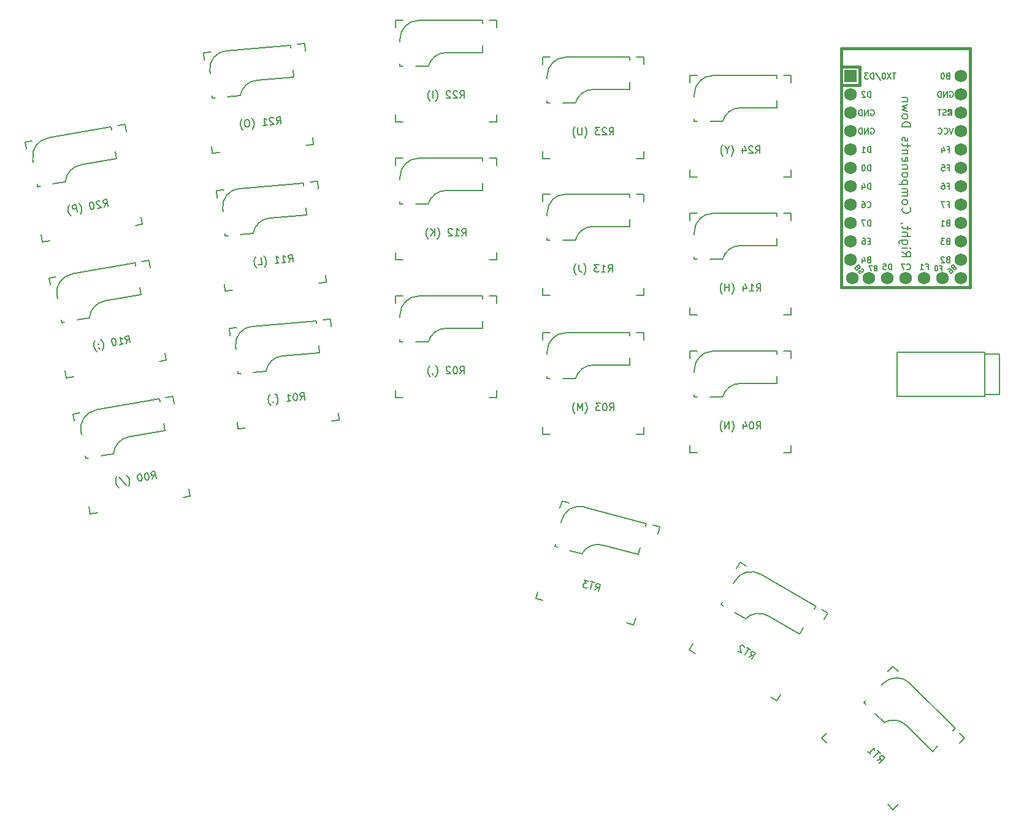
<source format=gbo>
%TF.GenerationSoftware,KiCad,Pcbnew,(6.0.7)*%
%TF.CreationDate,2022-09-04T15:55:50+05:30*%
%TF.ProjectId,burp_fart,62757270-5f66-4617-9274-2e6b69636164,rev?*%
%TF.SameCoordinates,Original*%
%TF.FileFunction,Legend,Bot*%
%TF.FilePolarity,Positive*%
%FSLAX46Y46*%
G04 Gerber Fmt 4.6, Leading zero omitted, Abs format (unit mm)*
G04 Created by KiCad (PCBNEW (6.0.7)) date 2022-09-04 15:55:50*
%MOMM*%
%LPD*%
G01*
G04 APERTURE LIST*
%ADD10C,0.203200*%
%ADD11C,0.150000*%
%ADD12C,0.381000*%
%ADD13R,1.752600X1.752600*%
%ADD14C,1.752600*%
G04 APERTURE END LIST*
D10*
%TO.C,L_EC1*%
X141697142Y-58021035D02*
X142268571Y-58421035D01*
X141697142Y-58706750D02*
X142897142Y-58706750D01*
X142897142Y-58249607D01*
X142840000Y-58135321D01*
X142782857Y-58078178D01*
X142668571Y-58021035D01*
X142497142Y-58021035D01*
X142382857Y-58078178D01*
X142325714Y-58135321D01*
X142268571Y-58249607D01*
X142268571Y-58706750D01*
X141697142Y-57506750D02*
X142497142Y-57506750D01*
X142897142Y-57506750D02*
X142840000Y-57563892D01*
X142782857Y-57506750D01*
X142840000Y-57449607D01*
X142897142Y-57506750D01*
X142782857Y-57506750D01*
X142497142Y-56421035D02*
X141525714Y-56421035D01*
X141411428Y-56478178D01*
X141354285Y-56535321D01*
X141297142Y-56649607D01*
X141297142Y-56821035D01*
X141354285Y-56935321D01*
X141754285Y-56421035D02*
X141697142Y-56535321D01*
X141697142Y-56763892D01*
X141754285Y-56878178D01*
X141811428Y-56935321D01*
X141925714Y-56992464D01*
X142268571Y-56992464D01*
X142382857Y-56935321D01*
X142440000Y-56878178D01*
X142497142Y-56763892D01*
X142497142Y-56535321D01*
X142440000Y-56421035D01*
X141697142Y-55849607D02*
X142897142Y-55849607D01*
X141697142Y-55335321D02*
X142325714Y-55335321D01*
X142440000Y-55392464D01*
X142497142Y-55506750D01*
X142497142Y-55678178D01*
X142440000Y-55792464D01*
X142382857Y-55849607D01*
X142497142Y-54935321D02*
X142497142Y-54478178D01*
X142897142Y-54763892D02*
X141868571Y-54763892D01*
X141754285Y-54706750D01*
X141697142Y-54592464D01*
X141697142Y-54478178D01*
X141754285Y-54021035D02*
X141697142Y-54021035D01*
X141582857Y-54078178D01*
X141525714Y-54135321D01*
X141811428Y-51906750D02*
X141754285Y-51963892D01*
X141697142Y-52135321D01*
X141697142Y-52249607D01*
X141754285Y-52421035D01*
X141868571Y-52535321D01*
X141982857Y-52592464D01*
X142211428Y-52649607D01*
X142382857Y-52649607D01*
X142611428Y-52592464D01*
X142725714Y-52535321D01*
X142840000Y-52421035D01*
X142897142Y-52249607D01*
X142897142Y-52135321D01*
X142840000Y-51963892D01*
X142782857Y-51906750D01*
X141697142Y-51221035D02*
X141754285Y-51335321D01*
X141811428Y-51392464D01*
X141925714Y-51449607D01*
X142268571Y-51449607D01*
X142382857Y-51392464D01*
X142440000Y-51335321D01*
X142497142Y-51221035D01*
X142497142Y-51049607D01*
X142440000Y-50935321D01*
X142382857Y-50878178D01*
X142268571Y-50821035D01*
X141925714Y-50821035D01*
X141811428Y-50878178D01*
X141754285Y-50935321D01*
X141697142Y-51049607D01*
X141697142Y-51221035D01*
X141697142Y-50306750D02*
X142497142Y-50306750D01*
X142382857Y-50306750D02*
X142440000Y-50249607D01*
X142497142Y-50135321D01*
X142497142Y-49963892D01*
X142440000Y-49849607D01*
X142325714Y-49792464D01*
X141697142Y-49792464D01*
X142325714Y-49792464D02*
X142440000Y-49735321D01*
X142497142Y-49621035D01*
X142497142Y-49449607D01*
X142440000Y-49335321D01*
X142325714Y-49278178D01*
X141697142Y-49278178D01*
X142497142Y-48706750D02*
X141297142Y-48706750D01*
X142440000Y-48706750D02*
X142497142Y-48592464D01*
X142497142Y-48363892D01*
X142440000Y-48249607D01*
X142382857Y-48192464D01*
X142268571Y-48135321D01*
X141925714Y-48135321D01*
X141811428Y-48192464D01*
X141754285Y-48249607D01*
X141697142Y-48363892D01*
X141697142Y-48592464D01*
X141754285Y-48706750D01*
X141697142Y-47449607D02*
X141754285Y-47563892D01*
X141811428Y-47621035D01*
X141925714Y-47678178D01*
X142268571Y-47678178D01*
X142382857Y-47621035D01*
X142440000Y-47563892D01*
X142497142Y-47449607D01*
X142497142Y-47278178D01*
X142440000Y-47163892D01*
X142382857Y-47106750D01*
X142268571Y-47049607D01*
X141925714Y-47049607D01*
X141811428Y-47106750D01*
X141754285Y-47163892D01*
X141697142Y-47278178D01*
X141697142Y-47449607D01*
X142497142Y-46535321D02*
X141697142Y-46535321D01*
X142382857Y-46535321D02*
X142440000Y-46478178D01*
X142497142Y-46363892D01*
X142497142Y-46192464D01*
X142440000Y-46078178D01*
X142325714Y-46021035D01*
X141697142Y-46021035D01*
X141754285Y-44992464D02*
X141697142Y-45106750D01*
X141697142Y-45335321D01*
X141754285Y-45449607D01*
X141868571Y-45506750D01*
X142325714Y-45506750D01*
X142440000Y-45449607D01*
X142497142Y-45335321D01*
X142497142Y-45106750D01*
X142440000Y-44992464D01*
X142325714Y-44935321D01*
X142211428Y-44935321D01*
X142097142Y-45506750D01*
X142497142Y-44421035D02*
X141697142Y-44421035D01*
X142382857Y-44421035D02*
X142440000Y-44363892D01*
X142497142Y-44249607D01*
X142497142Y-44078178D01*
X142440000Y-43963892D01*
X142325714Y-43906750D01*
X141697142Y-43906750D01*
X142497142Y-43506750D02*
X142497142Y-43049607D01*
X142897142Y-43335321D02*
X141868571Y-43335321D01*
X141754285Y-43278178D01*
X141697142Y-43163892D01*
X141697142Y-43049607D01*
X141754285Y-42706750D02*
X141697142Y-42592464D01*
X141697142Y-42363892D01*
X141754285Y-42249607D01*
X141868571Y-42192464D01*
X141925714Y-42192464D01*
X142040000Y-42249607D01*
X142097142Y-42363892D01*
X142097142Y-42535321D01*
X142154285Y-42649607D01*
X142268571Y-42706750D01*
X142325714Y-42706750D01*
X142440000Y-42649607D01*
X142497142Y-42535321D01*
X142497142Y-42363892D01*
X142440000Y-42249607D01*
X141697142Y-40763892D02*
X142897142Y-40763892D01*
X142897142Y-40478178D01*
X142840000Y-40306750D01*
X142725714Y-40192464D01*
X142611428Y-40135321D01*
X142382857Y-40078178D01*
X142211428Y-40078178D01*
X141982857Y-40135321D01*
X141868571Y-40192464D01*
X141754285Y-40306750D01*
X141697142Y-40478178D01*
X141697142Y-40763892D01*
X141697142Y-39392464D02*
X141754285Y-39506750D01*
X141811428Y-39563892D01*
X141925714Y-39621035D01*
X142268571Y-39621035D01*
X142382857Y-39563892D01*
X142440000Y-39506750D01*
X142497142Y-39392464D01*
X142497142Y-39221035D01*
X142440000Y-39106750D01*
X142382857Y-39049607D01*
X142268571Y-38992464D01*
X141925714Y-38992464D01*
X141811428Y-39049607D01*
X141754285Y-39106750D01*
X141697142Y-39221035D01*
X141697142Y-39392464D01*
X142497142Y-38592464D02*
X141697142Y-38363892D01*
X142268571Y-38135321D01*
X141697142Y-37906750D01*
X142497142Y-37678178D01*
X142497142Y-37221035D02*
X141697142Y-37221035D01*
X142382857Y-37221035D02*
X142440000Y-37163892D01*
X142497142Y-37049607D01*
X142497142Y-36878178D01*
X142440000Y-36763892D01*
X142325714Y-36706750D01*
X141697142Y-36706750D01*
D11*
X148024809Y-56539607D02*
X147910523Y-56577702D01*
X147872428Y-56615797D01*
X147834333Y-56691988D01*
X147834333Y-56806273D01*
X147872428Y-56882464D01*
X147910523Y-56920559D01*
X147986714Y-56958654D01*
X148291476Y-56958654D01*
X148291476Y-56158654D01*
X148024809Y-56158654D01*
X147948619Y-56196750D01*
X147910523Y-56234845D01*
X147872428Y-56311035D01*
X147872428Y-56387226D01*
X147910523Y-56463416D01*
X147948619Y-56501511D01*
X148024809Y-56539607D01*
X148291476Y-56539607D01*
X147567666Y-56158654D02*
X147072428Y-56158654D01*
X147339095Y-56463416D01*
X147224809Y-56463416D01*
X147148619Y-56501511D01*
X147110523Y-56539607D01*
X147072428Y-56615797D01*
X147072428Y-56806273D01*
X147110523Y-56882464D01*
X147148619Y-56920559D01*
X147224809Y-56958654D01*
X147453380Y-56958654D01*
X147529571Y-56920559D01*
X147567666Y-56882464D01*
X140290476Y-60468654D02*
X140290476Y-59668654D01*
X140100000Y-59668654D01*
X139985714Y-59706750D01*
X139909523Y-59782940D01*
X139871428Y-59859130D01*
X139833333Y-60011511D01*
X139833333Y-60125797D01*
X139871428Y-60278178D01*
X139909523Y-60354369D01*
X139985714Y-60430559D01*
X140100000Y-60468654D01*
X140290476Y-60468654D01*
X139109523Y-59668654D02*
X139490476Y-59668654D01*
X139528571Y-60049607D01*
X139490476Y-60011511D01*
X139414285Y-59973416D01*
X139223809Y-59973416D01*
X139147619Y-60011511D01*
X139109523Y-60049607D01*
X139071428Y-60125797D01*
X139071428Y-60316273D01*
X139109523Y-60392464D01*
X139147619Y-60430559D01*
X139223809Y-60468654D01*
X139414285Y-60468654D01*
X139490476Y-60430559D01*
X139528571Y-60392464D01*
X137388523Y-40956750D02*
X137464714Y-40918654D01*
X137579000Y-40918654D01*
X137693285Y-40956750D01*
X137769476Y-41032940D01*
X137807571Y-41109130D01*
X137845666Y-41261511D01*
X137845666Y-41375797D01*
X137807571Y-41528178D01*
X137769476Y-41604369D01*
X137693285Y-41680559D01*
X137579000Y-41718654D01*
X137502809Y-41718654D01*
X137388523Y-41680559D01*
X137350428Y-41642464D01*
X137350428Y-41375797D01*
X137502809Y-41375797D01*
X137007571Y-41718654D02*
X137007571Y-40918654D01*
X136550428Y-41718654D01*
X136550428Y-40918654D01*
X136169476Y-41718654D02*
X136169476Y-40918654D01*
X135979000Y-40918654D01*
X135864714Y-40956750D01*
X135788523Y-41032940D01*
X135750428Y-41109130D01*
X135712333Y-41261511D01*
X135712333Y-41375797D01*
X135750428Y-41528178D01*
X135788523Y-41604369D01*
X135864714Y-41680559D01*
X135979000Y-41718654D01*
X136169476Y-41718654D01*
X138023333Y-60256750D02*
X137923333Y-60290083D01*
X137890000Y-60323416D01*
X137856666Y-60390083D01*
X137856666Y-60490083D01*
X137890000Y-60556750D01*
X137923333Y-60590083D01*
X137990000Y-60623416D01*
X138256666Y-60623416D01*
X138256666Y-59923416D01*
X138023333Y-59923416D01*
X137956666Y-59956750D01*
X137923333Y-59990083D01*
X137890000Y-60056750D01*
X137890000Y-60123416D01*
X137923333Y-60190083D01*
X137956666Y-60223416D01*
X138023333Y-60256750D01*
X138256666Y-60256750D01*
X137623333Y-59923416D02*
X137156666Y-59923416D01*
X137456666Y-60623416D01*
X140858604Y-33298654D02*
X140401461Y-33298654D01*
X140630032Y-34098654D02*
X140630032Y-33298654D01*
X140210985Y-33298654D02*
X139677651Y-34098654D01*
X139677651Y-33298654D02*
X140210985Y-34098654D01*
X139220508Y-33298654D02*
X139144318Y-33298654D01*
X139068128Y-33336750D01*
X139030032Y-33374845D01*
X138991937Y-33451035D01*
X138953842Y-33603416D01*
X138953842Y-33793892D01*
X138991937Y-33946273D01*
X139030032Y-34022464D01*
X139068128Y-34060559D01*
X139144318Y-34098654D01*
X139220508Y-34098654D01*
X139296699Y-34060559D01*
X139334794Y-34022464D01*
X139372889Y-33946273D01*
X139410985Y-33793892D01*
X139410985Y-33603416D01*
X139372889Y-33451035D01*
X139334794Y-33374845D01*
X139296699Y-33336750D01*
X139220508Y-33298654D01*
X138039556Y-33260559D02*
X138725270Y-34289130D01*
X137772889Y-34098654D02*
X137772889Y-33298654D01*
X137582413Y-33298654D01*
X137468128Y-33336750D01*
X137391937Y-33412940D01*
X137353842Y-33489130D01*
X137315747Y-33641511D01*
X137315747Y-33755797D01*
X137353842Y-33908178D01*
X137391937Y-33984369D01*
X137468128Y-34060559D01*
X137582413Y-34098654D01*
X137772889Y-34098654D01*
X137049080Y-33298654D02*
X136553842Y-33298654D01*
X136820508Y-33603416D01*
X136706223Y-33603416D01*
X136630032Y-33641511D01*
X136591937Y-33679607D01*
X136553842Y-33755797D01*
X136553842Y-33946273D01*
X136591937Y-34022464D01*
X136630032Y-34060559D01*
X136706223Y-34098654D01*
X136934794Y-34098654D01*
X137010985Y-34060559D01*
X137049080Y-34022464D01*
X148310523Y-35876750D02*
X148386714Y-35838654D01*
X148501000Y-35838654D01*
X148615285Y-35876750D01*
X148691476Y-35952940D01*
X148729571Y-36029130D01*
X148767666Y-36181511D01*
X148767666Y-36295797D01*
X148729571Y-36448178D01*
X148691476Y-36524369D01*
X148615285Y-36600559D01*
X148501000Y-36638654D01*
X148424809Y-36638654D01*
X148310523Y-36600559D01*
X148272428Y-36562464D01*
X148272428Y-36295797D01*
X148424809Y-36295797D01*
X147929571Y-36638654D02*
X147929571Y-35838654D01*
X147472428Y-36638654D01*
X147472428Y-35838654D01*
X147091476Y-36638654D02*
X147091476Y-35838654D01*
X146901000Y-35838654D01*
X146786714Y-35876750D01*
X146710523Y-35952940D01*
X146672428Y-36029130D01*
X146634333Y-36181511D01*
X146634333Y-36295797D01*
X146672428Y-36448178D01*
X146710523Y-36524369D01*
X146786714Y-36600559D01*
X146901000Y-36638654D01*
X147091476Y-36638654D01*
X136912333Y-51802464D02*
X136950428Y-51840559D01*
X137064714Y-51878654D01*
X137140904Y-51878654D01*
X137255190Y-51840559D01*
X137331380Y-51764369D01*
X137369476Y-51688178D01*
X137407571Y-51535797D01*
X137407571Y-51421511D01*
X137369476Y-51269130D01*
X137331380Y-51192940D01*
X137255190Y-51116750D01*
X137140904Y-51078654D01*
X137064714Y-51078654D01*
X136950428Y-51116750D01*
X136912333Y-51154845D01*
X136226619Y-51078654D02*
X136379000Y-51078654D01*
X136455190Y-51116750D01*
X136493285Y-51154845D01*
X136569476Y-51269130D01*
X136607571Y-51421511D01*
X136607571Y-51726273D01*
X136569476Y-51802464D01*
X136531380Y-51840559D01*
X136455190Y-51878654D01*
X136302809Y-51878654D01*
X136226619Y-51840559D01*
X136188523Y-51802464D01*
X136150428Y-51726273D01*
X136150428Y-51535797D01*
X136188523Y-51459607D01*
X136226619Y-51421511D01*
X136302809Y-51383416D01*
X136455190Y-51383416D01*
X136531380Y-51421511D01*
X136569476Y-51459607D01*
X136607571Y-51535797D01*
X137369476Y-49338654D02*
X137369476Y-48538654D01*
X137179000Y-48538654D01*
X137064714Y-48576750D01*
X136988523Y-48652940D01*
X136950428Y-48729130D01*
X136912333Y-48881511D01*
X136912333Y-48995797D01*
X136950428Y-49148178D01*
X136988523Y-49224369D01*
X137064714Y-49300559D01*
X137179000Y-49338654D01*
X137369476Y-49338654D01*
X136226619Y-48805321D02*
X136226619Y-49338654D01*
X136417095Y-48500559D02*
X136607571Y-49071988D01*
X136112333Y-49071988D01*
X147967666Y-48919607D02*
X148234333Y-48919607D01*
X148234333Y-49338654D02*
X148234333Y-48538654D01*
X147853380Y-48538654D01*
X147205761Y-48538654D02*
X147358142Y-48538654D01*
X147434333Y-48576750D01*
X147472428Y-48614845D01*
X147548619Y-48729130D01*
X147586714Y-48881511D01*
X147586714Y-49186273D01*
X147548619Y-49262464D01*
X147510523Y-49300559D01*
X147434333Y-49338654D01*
X147281952Y-49338654D01*
X147205761Y-49300559D01*
X147167666Y-49262464D01*
X147129571Y-49186273D01*
X147129571Y-48995797D01*
X147167666Y-48919607D01*
X147205761Y-48881511D01*
X147281952Y-48843416D01*
X147434333Y-48843416D01*
X147510523Y-48881511D01*
X147548619Y-48919607D01*
X147586714Y-48995797D01*
X148767666Y-40918654D02*
X148501000Y-41718654D01*
X148234333Y-40918654D01*
X147510523Y-41642464D02*
X147548619Y-41680559D01*
X147662904Y-41718654D01*
X147739095Y-41718654D01*
X147853380Y-41680559D01*
X147929571Y-41604369D01*
X147967666Y-41528178D01*
X148005761Y-41375797D01*
X148005761Y-41261511D01*
X147967666Y-41109130D01*
X147929571Y-41032940D01*
X147853380Y-40956750D01*
X147739095Y-40918654D01*
X147662904Y-40918654D01*
X147548619Y-40956750D01*
X147510523Y-40994845D01*
X146710523Y-41642464D02*
X146748619Y-41680559D01*
X146862904Y-41718654D01*
X146939095Y-41718654D01*
X147053380Y-41680559D01*
X147129571Y-41604369D01*
X147167666Y-41528178D01*
X147205761Y-41375797D01*
X147205761Y-41261511D01*
X147167666Y-41109130D01*
X147129571Y-41032940D01*
X147053380Y-40956750D01*
X146939095Y-40918654D01*
X146862904Y-40918654D01*
X146748619Y-40956750D01*
X146710523Y-40994845D01*
X147967666Y-51459607D02*
X148234333Y-51459607D01*
X148234333Y-51878654D02*
X148234333Y-51078654D01*
X147853380Y-51078654D01*
X147624809Y-51078654D02*
X147091476Y-51078654D01*
X147434333Y-51878654D01*
X137369476Y-46798654D02*
X137369476Y-45998654D01*
X137179000Y-45998654D01*
X137064714Y-46036750D01*
X136988523Y-46112940D01*
X136950428Y-46189130D01*
X136912333Y-46341511D01*
X136912333Y-46455797D01*
X136950428Y-46608178D01*
X136988523Y-46684369D01*
X137064714Y-46760559D01*
X137179000Y-46798654D01*
X137369476Y-46798654D01*
X136417095Y-45998654D02*
X136340904Y-45998654D01*
X136264714Y-46036750D01*
X136226619Y-46074845D01*
X136188523Y-46151035D01*
X136150428Y-46303416D01*
X136150428Y-46493892D01*
X136188523Y-46646273D01*
X136226619Y-46722464D01*
X136264714Y-46760559D01*
X136340904Y-46798654D01*
X136417095Y-46798654D01*
X136493285Y-46760559D01*
X136531380Y-46722464D01*
X136569476Y-46646273D01*
X136607571Y-46493892D01*
X136607571Y-46303416D01*
X136569476Y-46151035D01*
X136531380Y-46074845D01*
X136493285Y-46036750D01*
X136417095Y-45998654D01*
X148804991Y-60171047D02*
X148757851Y-60265328D01*
X148757851Y-60312469D01*
X148781421Y-60383179D01*
X148852132Y-60453890D01*
X148922842Y-60477460D01*
X148969983Y-60477460D01*
X149040693Y-60453890D01*
X149229255Y-60265328D01*
X148734280Y-59770353D01*
X148569289Y-59935345D01*
X148545719Y-60006056D01*
X148545719Y-60053196D01*
X148569289Y-60123907D01*
X148616429Y-60171047D01*
X148687140Y-60194617D01*
X148734280Y-60194617D01*
X148804991Y-60171047D01*
X148969983Y-60006056D01*
X148027174Y-60477460D02*
X148121455Y-60383179D01*
X148192165Y-60359609D01*
X148239306Y-60359609D01*
X148357157Y-60383179D01*
X148475008Y-60453890D01*
X148663570Y-60642452D01*
X148687140Y-60713162D01*
X148687140Y-60760303D01*
X148663570Y-60831014D01*
X148569289Y-60925294D01*
X148498578Y-60948865D01*
X148451438Y-60948865D01*
X148380727Y-60925294D01*
X148262876Y-60807443D01*
X148239306Y-60736733D01*
X148239306Y-60689592D01*
X148262876Y-60618882D01*
X148357157Y-60524601D01*
X148427867Y-60501030D01*
X148475008Y-60501030D01*
X148545719Y-60524601D01*
X137388523Y-38416750D02*
X137464714Y-38378654D01*
X137579000Y-38378654D01*
X137693285Y-38416750D01*
X137769476Y-38492940D01*
X137807571Y-38569130D01*
X137845666Y-38721511D01*
X137845666Y-38835797D01*
X137807571Y-38988178D01*
X137769476Y-39064369D01*
X137693285Y-39140559D01*
X137579000Y-39178654D01*
X137502809Y-39178654D01*
X137388523Y-39140559D01*
X137350428Y-39102464D01*
X137350428Y-38835797D01*
X137502809Y-38835797D01*
X137007571Y-39178654D02*
X137007571Y-38378654D01*
X136550428Y-39178654D01*
X136550428Y-38378654D01*
X136169476Y-39178654D02*
X136169476Y-38378654D01*
X135979000Y-38378654D01*
X135864714Y-38416750D01*
X135788523Y-38492940D01*
X135750428Y-38569130D01*
X135712333Y-38721511D01*
X135712333Y-38835797D01*
X135750428Y-38988178D01*
X135788523Y-39064369D01*
X135864714Y-39140559D01*
X135979000Y-39178654D01*
X136169476Y-39178654D01*
X147967666Y-46379607D02*
X148234333Y-46379607D01*
X148234333Y-46798654D02*
X148234333Y-45998654D01*
X147853380Y-45998654D01*
X147167666Y-45998654D02*
X147548619Y-45998654D01*
X147586714Y-46379607D01*
X147548619Y-46341511D01*
X147472428Y-46303416D01*
X147281952Y-46303416D01*
X147205761Y-46341511D01*
X147167666Y-46379607D01*
X147129571Y-46455797D01*
X147129571Y-46646273D01*
X147167666Y-46722464D01*
X147205761Y-46760559D01*
X147281952Y-46798654D01*
X147472428Y-46798654D01*
X147548619Y-46760559D01*
X147586714Y-46722464D01*
X145046666Y-60049607D02*
X145313333Y-60049607D01*
X145313333Y-60468654D02*
X145313333Y-59668654D01*
X144932380Y-59668654D01*
X144208571Y-60468654D02*
X144665714Y-60468654D01*
X144437142Y-60468654D02*
X144437142Y-59668654D01*
X144513333Y-59782940D01*
X144589523Y-59859130D01*
X144665714Y-59897226D01*
X148024809Y-33679607D02*
X147910523Y-33717702D01*
X147872428Y-33755797D01*
X147834333Y-33831988D01*
X147834333Y-33946273D01*
X147872428Y-34022464D01*
X147910523Y-34060559D01*
X147986714Y-34098654D01*
X148291476Y-34098654D01*
X148291476Y-33298654D01*
X148024809Y-33298654D01*
X147948619Y-33336750D01*
X147910523Y-33374845D01*
X147872428Y-33451035D01*
X147872428Y-33527226D01*
X147910523Y-33603416D01*
X147948619Y-33641511D01*
X148024809Y-33679607D01*
X148291476Y-33679607D01*
X147339095Y-33298654D02*
X147262904Y-33298654D01*
X147186714Y-33336750D01*
X147148619Y-33374845D01*
X147110523Y-33451035D01*
X147072428Y-33603416D01*
X147072428Y-33793892D01*
X147110523Y-33946273D01*
X147148619Y-34022464D01*
X147186714Y-34060559D01*
X147262904Y-34098654D01*
X147339095Y-34098654D01*
X147415285Y-34060559D01*
X147453380Y-34022464D01*
X147491476Y-33946273D01*
X147529571Y-33793892D01*
X147529571Y-33603416D01*
X147491476Y-33451035D01*
X147453380Y-33374845D01*
X147415285Y-33336750D01*
X147339095Y-33298654D01*
X142373333Y-60392464D02*
X142411428Y-60430559D01*
X142525714Y-60468654D01*
X142601904Y-60468654D01*
X142716190Y-60430559D01*
X142792380Y-60354369D01*
X142830476Y-60278178D01*
X142868571Y-60125797D01*
X142868571Y-60011511D01*
X142830476Y-59859130D01*
X142792380Y-59782940D01*
X142716190Y-59706750D01*
X142601904Y-59668654D01*
X142525714Y-59668654D01*
X142411428Y-59706750D01*
X142373333Y-59744845D01*
X142106666Y-59668654D02*
X141573333Y-59668654D01*
X141916190Y-60468654D01*
X147813333Y-39120559D02*
X147699047Y-39158654D01*
X147508571Y-39158654D01*
X147432380Y-39120559D01*
X147394285Y-39082464D01*
X147356190Y-39006273D01*
X147356190Y-38930083D01*
X147394285Y-38853892D01*
X147432380Y-38815797D01*
X147508571Y-38777702D01*
X147660952Y-38739607D01*
X147737142Y-38701511D01*
X147775238Y-38663416D01*
X147813333Y-38587226D01*
X147813333Y-38511035D01*
X147775238Y-38434845D01*
X147737142Y-38396750D01*
X147660952Y-38358654D01*
X147470476Y-38358654D01*
X147356190Y-38396750D01*
X147127619Y-38358654D02*
X146670476Y-38358654D01*
X146899047Y-39158654D02*
X146899047Y-38358654D01*
X148024809Y-59079607D02*
X147910523Y-59117702D01*
X147872428Y-59155797D01*
X147834333Y-59231988D01*
X147834333Y-59346273D01*
X147872428Y-59422464D01*
X147910523Y-59460559D01*
X147986714Y-59498654D01*
X148291476Y-59498654D01*
X148291476Y-58698654D01*
X148024809Y-58698654D01*
X147948619Y-58736750D01*
X147910523Y-58774845D01*
X147872428Y-58851035D01*
X147872428Y-58927226D01*
X147910523Y-59003416D01*
X147948619Y-59041511D01*
X148024809Y-59079607D01*
X148291476Y-59079607D01*
X147529571Y-58774845D02*
X147491476Y-58736750D01*
X147415285Y-58698654D01*
X147224809Y-58698654D01*
X147148619Y-58736750D01*
X147110523Y-58774845D01*
X147072428Y-58851035D01*
X147072428Y-58927226D01*
X147110523Y-59041511D01*
X147567666Y-59498654D01*
X147072428Y-59498654D01*
X147967666Y-43839607D02*
X148234333Y-43839607D01*
X148234333Y-44258654D02*
X148234333Y-43458654D01*
X147853380Y-43458654D01*
X147205761Y-43725321D02*
X147205761Y-44258654D01*
X147396238Y-43420559D02*
X147586714Y-43991988D01*
X147091476Y-43991988D01*
X135604297Y-60241758D02*
X135698578Y-60288898D01*
X135745719Y-60288898D01*
X135816429Y-60265328D01*
X135887140Y-60194617D01*
X135910710Y-60123907D01*
X135910710Y-60076766D01*
X135887140Y-60006056D01*
X135698578Y-59817494D01*
X135203603Y-60312469D01*
X135368595Y-60477460D01*
X135439306Y-60501030D01*
X135486446Y-60501030D01*
X135557157Y-60477460D01*
X135604297Y-60430320D01*
X135627867Y-60359609D01*
X135627867Y-60312469D01*
X135604297Y-60241758D01*
X135439306Y-60076766D01*
X135934280Y-61043146D02*
X135698578Y-60807443D01*
X135910710Y-60548171D01*
X135910710Y-60595311D01*
X135934280Y-60666022D01*
X136052132Y-60783873D01*
X136122842Y-60807443D01*
X136169983Y-60807443D01*
X136240693Y-60783873D01*
X136358544Y-60666022D01*
X136382115Y-60595311D01*
X136382115Y-60548171D01*
X136358544Y-60477460D01*
X136240693Y-60359609D01*
X136169983Y-60336039D01*
X136122842Y-60336039D01*
X146973333Y-60256750D02*
X147206666Y-60256750D01*
X147206666Y-60623416D02*
X147206666Y-59923416D01*
X146873333Y-59923416D01*
X146473333Y-59923416D02*
X146406666Y-59923416D01*
X146340000Y-59956750D01*
X146306666Y-59990083D01*
X146273333Y-60056750D01*
X146240000Y-60190083D01*
X146240000Y-60356750D01*
X146273333Y-60490083D01*
X146306666Y-60556750D01*
X146340000Y-60590083D01*
X146406666Y-60623416D01*
X146473333Y-60623416D01*
X146540000Y-60590083D01*
X146573333Y-60556750D01*
X146606666Y-60490083D01*
X146640000Y-60356750D01*
X146640000Y-60190083D01*
X146606666Y-60056750D01*
X146573333Y-59990083D01*
X146540000Y-59956750D01*
X146473333Y-59923416D01*
X137369476Y-54418654D02*
X137369476Y-53618654D01*
X137179000Y-53618654D01*
X137064714Y-53656750D01*
X136988523Y-53732940D01*
X136950428Y-53809130D01*
X136912333Y-53961511D01*
X136912333Y-54075797D01*
X136950428Y-54228178D01*
X136988523Y-54304369D01*
X137064714Y-54380559D01*
X137179000Y-54418654D01*
X137369476Y-54418654D01*
X136645666Y-53618654D02*
X136112333Y-53618654D01*
X136455190Y-54418654D01*
X137369476Y-36638654D02*
X137369476Y-35838654D01*
X137179000Y-35838654D01*
X137064714Y-35876750D01*
X136988523Y-35952940D01*
X136950428Y-36029130D01*
X136912333Y-36181511D01*
X136912333Y-36295797D01*
X136950428Y-36448178D01*
X136988523Y-36524369D01*
X137064714Y-36600559D01*
X137179000Y-36638654D01*
X137369476Y-36638654D01*
X136607571Y-35914845D02*
X136569476Y-35876750D01*
X136493285Y-35838654D01*
X136302809Y-35838654D01*
X136226619Y-35876750D01*
X136188523Y-35914845D01*
X136150428Y-35991035D01*
X136150428Y-36067226D01*
X136188523Y-36181511D01*
X136645666Y-36638654D01*
X136150428Y-36638654D01*
X137102809Y-59079607D02*
X136988523Y-59117702D01*
X136950428Y-59155797D01*
X136912333Y-59231988D01*
X136912333Y-59346273D01*
X136950428Y-59422464D01*
X136988523Y-59460559D01*
X137064714Y-59498654D01*
X137369476Y-59498654D01*
X137369476Y-58698654D01*
X137102809Y-58698654D01*
X137026619Y-58736750D01*
X136988523Y-58774845D01*
X136950428Y-58851035D01*
X136950428Y-58927226D01*
X136988523Y-59003416D01*
X137026619Y-59041511D01*
X137102809Y-59079607D01*
X137369476Y-59079607D01*
X136226619Y-58965321D02*
X136226619Y-59498654D01*
X136417095Y-58660559D02*
X136607571Y-59231988D01*
X136112333Y-59231988D01*
X137369476Y-44258654D02*
X137369476Y-43458654D01*
X137179000Y-43458654D01*
X137064714Y-43496750D01*
X136988523Y-43572940D01*
X136950428Y-43649130D01*
X136912333Y-43801511D01*
X136912333Y-43915797D01*
X136950428Y-44068178D01*
X136988523Y-44144369D01*
X137064714Y-44220559D01*
X137179000Y-44258654D01*
X137369476Y-44258654D01*
X136150428Y-44258654D02*
X136607571Y-44258654D01*
X136379000Y-44258654D02*
X136379000Y-43458654D01*
X136455190Y-43572940D01*
X136531380Y-43649130D01*
X136607571Y-43687226D01*
X148024809Y-53999607D02*
X147910523Y-54037702D01*
X147872428Y-54075797D01*
X147834333Y-54151988D01*
X147834333Y-54266273D01*
X147872428Y-54342464D01*
X147910523Y-54380559D01*
X147986714Y-54418654D01*
X148291476Y-54418654D01*
X148291476Y-53618654D01*
X148024809Y-53618654D01*
X147948619Y-53656750D01*
X147910523Y-53694845D01*
X147872428Y-53771035D01*
X147872428Y-53847226D01*
X147910523Y-53923416D01*
X147948619Y-53961511D01*
X148024809Y-53999607D01*
X148291476Y-53999607D01*
X147072428Y-54418654D02*
X147529571Y-54418654D01*
X147301000Y-54418654D02*
X147301000Y-53618654D01*
X147377190Y-53732940D01*
X147453380Y-53809130D01*
X147529571Y-53847226D01*
X137331380Y-56539607D02*
X137064714Y-56539607D01*
X136950428Y-56958654D02*
X137331380Y-56958654D01*
X137331380Y-56158654D01*
X136950428Y-56158654D01*
X136264714Y-56158654D02*
X136417095Y-56158654D01*
X136493285Y-56196750D01*
X136531380Y-56234845D01*
X136607571Y-56349130D01*
X136645666Y-56501511D01*
X136645666Y-56806273D01*
X136607571Y-56882464D01*
X136569476Y-56920559D01*
X136493285Y-56958654D01*
X136340904Y-56958654D01*
X136264714Y-56920559D01*
X136226619Y-56882464D01*
X136188523Y-56806273D01*
X136188523Y-56615797D01*
X136226619Y-56539607D01*
X136264714Y-56501511D01*
X136340904Y-56463416D01*
X136493285Y-56463416D01*
X136569476Y-56501511D01*
X136607571Y-56539607D01*
X136645666Y-56615797D01*
%TO.C,R_SW__T1*%
X138194476Y-128263973D02*
X138766896Y-128162958D01*
X138598537Y-128668034D02*
X139305644Y-127960928D01*
X139036270Y-127691554D01*
X138935255Y-127657882D01*
X138867911Y-127657882D01*
X138766896Y-127691554D01*
X138665881Y-127792569D01*
X138632209Y-127893584D01*
X138632209Y-127960928D01*
X138665881Y-128061943D01*
X138935255Y-128331317D01*
X138699552Y-127354836D02*
X138295491Y-126950775D01*
X137790415Y-127859912D02*
X138497522Y-127152805D01*
X136982293Y-127051790D02*
X137386354Y-127455851D01*
X137184323Y-127253821D02*
X137891430Y-126546714D01*
X137857758Y-126715073D01*
X137857758Y-126849760D01*
X137891430Y-126950775D01*
%TO.C,R_SW__03*%
X101321904Y-79954380D02*
X101655238Y-79478190D01*
X101893333Y-79954380D02*
X101893333Y-78954380D01*
X101512380Y-78954380D01*
X101417142Y-79002000D01*
X101369523Y-79049619D01*
X101321904Y-79144857D01*
X101321904Y-79287714D01*
X101369523Y-79382952D01*
X101417142Y-79430571D01*
X101512380Y-79478190D01*
X101893333Y-79478190D01*
X100702857Y-78954380D02*
X100607619Y-78954380D01*
X100512380Y-79002000D01*
X100464761Y-79049619D01*
X100417142Y-79144857D01*
X100369523Y-79335333D01*
X100369523Y-79573428D01*
X100417142Y-79763904D01*
X100464761Y-79859142D01*
X100512380Y-79906761D01*
X100607619Y-79954380D01*
X100702857Y-79954380D01*
X100798095Y-79906761D01*
X100845714Y-79859142D01*
X100893333Y-79763904D01*
X100940952Y-79573428D01*
X100940952Y-79335333D01*
X100893333Y-79144857D01*
X100845714Y-79049619D01*
X100798095Y-79002000D01*
X100702857Y-78954380D01*
X100036190Y-78954380D02*
X99417142Y-78954380D01*
X99750476Y-79335333D01*
X99607619Y-79335333D01*
X99512380Y-79382952D01*
X99464761Y-79430571D01*
X99417142Y-79525809D01*
X99417142Y-79763904D01*
X99464761Y-79859142D01*
X99512380Y-79906761D01*
X99607619Y-79954380D01*
X99893333Y-79954380D01*
X99988571Y-79906761D01*
X100036190Y-79859142D01*
X97940952Y-80335333D02*
X97988571Y-80287714D01*
X98083809Y-80144857D01*
X98131428Y-80049619D01*
X98179047Y-79906761D01*
X98226666Y-79668666D01*
X98226666Y-79478190D01*
X98179047Y-79240095D01*
X98131428Y-79097238D01*
X98083809Y-79002000D01*
X97988571Y-78859142D01*
X97940952Y-78811523D01*
X97560000Y-79954380D02*
X97560000Y-78954380D01*
X97226666Y-79668666D01*
X96893333Y-78954380D01*
X96893333Y-79954380D01*
X96512380Y-80335333D02*
X96464761Y-80287714D01*
X96369523Y-80144857D01*
X96321904Y-80049619D01*
X96274285Y-79906761D01*
X96226666Y-79668666D01*
X96226666Y-79478190D01*
X96274285Y-79240095D01*
X96321904Y-79097238D01*
X96369523Y-79002000D01*
X96464761Y-78859142D01*
X96512380Y-78811523D01*
%TO.C,R_SW__T2*%
X120497061Y-114025198D02*
X121023831Y-113779472D01*
X120991933Y-114310913D02*
X121491933Y-113444887D01*
X121162018Y-113254411D01*
X121055730Y-113248031D01*
X120990681Y-113265461D01*
X120901823Y-113324130D01*
X120830394Y-113447848D01*
X120824015Y-113554136D01*
X120841444Y-113619185D01*
X120900113Y-113708043D01*
X121230028Y-113898520D01*
X120749625Y-113016316D02*
X120254754Y-112730602D01*
X120002189Y-113739484D02*
X120502189Y-112873459D01*
X119959699Y-112670223D02*
X119942269Y-112605174D01*
X119883600Y-112516316D01*
X119677403Y-112397268D01*
X119571115Y-112390889D01*
X119506066Y-112408318D01*
X119417208Y-112466987D01*
X119369589Y-112549466D01*
X119339400Y-112696993D01*
X119548557Y-113477579D01*
X119012446Y-113168056D01*
%TO.C,R_SW__22*%
X80668571Y-36774380D02*
X81001904Y-36298190D01*
X81240000Y-36774380D02*
X81240000Y-35774380D01*
X80859047Y-35774380D01*
X80763809Y-35822000D01*
X80716190Y-35869619D01*
X80668571Y-35964857D01*
X80668571Y-36107714D01*
X80716190Y-36202952D01*
X80763809Y-36250571D01*
X80859047Y-36298190D01*
X81240000Y-36298190D01*
X80287619Y-35869619D02*
X80240000Y-35822000D01*
X80144761Y-35774380D01*
X79906666Y-35774380D01*
X79811428Y-35822000D01*
X79763809Y-35869619D01*
X79716190Y-35964857D01*
X79716190Y-36060095D01*
X79763809Y-36202952D01*
X80335238Y-36774380D01*
X79716190Y-36774380D01*
X79335238Y-35869619D02*
X79287619Y-35822000D01*
X79192380Y-35774380D01*
X78954285Y-35774380D01*
X78859047Y-35822000D01*
X78811428Y-35869619D01*
X78763809Y-35964857D01*
X78763809Y-36060095D01*
X78811428Y-36202952D01*
X79382857Y-36774380D01*
X78763809Y-36774380D01*
X77287619Y-37155333D02*
X77335238Y-37107714D01*
X77430476Y-36964857D01*
X77478095Y-36869619D01*
X77525714Y-36726761D01*
X77573333Y-36488666D01*
X77573333Y-36298190D01*
X77525714Y-36060095D01*
X77478095Y-35917238D01*
X77430476Y-35822000D01*
X77335238Y-35679142D01*
X77287619Y-35631523D01*
X76906666Y-36774380D02*
X76906666Y-35774380D01*
X76525714Y-37155333D02*
X76478095Y-37107714D01*
X76382857Y-36964857D01*
X76335238Y-36869619D01*
X76287619Y-36726761D01*
X76240000Y-36488666D01*
X76240000Y-36298190D01*
X76287619Y-36060095D01*
X76335238Y-35917238D01*
X76382857Y-35822000D01*
X76478095Y-35679142D01*
X76525714Y-35631523D01*
%TO.C,R_SW__21*%
X55365075Y-40377106D02*
X55655637Y-39873676D01*
X55934329Y-40327303D02*
X55847173Y-39331108D01*
X55467670Y-39364310D01*
X55376945Y-39420049D01*
X55333657Y-39471637D01*
X55294520Y-39570663D01*
X55306971Y-39712976D01*
X55362709Y-39803702D01*
X55414297Y-39846989D01*
X55513323Y-39886127D01*
X55892826Y-39852925D01*
X54906717Y-39508989D02*
X54855129Y-39465702D01*
X54756103Y-39426565D01*
X54518914Y-39447316D01*
X54428188Y-39503054D01*
X54384901Y-39554642D01*
X54345763Y-39653668D01*
X54354064Y-39748544D01*
X54413952Y-39886707D01*
X55033010Y-40406158D01*
X54416318Y-40460112D01*
X53467561Y-40543117D02*
X54036815Y-40493314D01*
X53752188Y-40518216D02*
X53665032Y-39522021D01*
X53772359Y-39656034D01*
X53875535Y-39742609D01*
X53974561Y-39781746D01*
X52030190Y-41051278D02*
X52073478Y-40999690D01*
X52155903Y-40849076D01*
X52195040Y-40750050D01*
X52230027Y-40603586D01*
X52256713Y-40362247D01*
X52240112Y-40172496D01*
X52171923Y-39939457D01*
X52112034Y-39801293D01*
X52056296Y-39710568D01*
X51948970Y-39576555D01*
X51897381Y-39533267D01*
X51340578Y-39725384D02*
X51150827Y-39741985D01*
X51060101Y-39797724D01*
X50973526Y-39900900D01*
X50942689Y-40094802D01*
X50971741Y-40426867D01*
X51035780Y-40612468D01*
X51138957Y-40699043D01*
X51237982Y-40738180D01*
X51427734Y-40721579D01*
X51518459Y-40665841D01*
X51605034Y-40562664D01*
X51635871Y-40368763D01*
X51606819Y-40036698D01*
X51542780Y-39851097D01*
X51439604Y-39764522D01*
X51340578Y-39725384D01*
X50701931Y-41167486D02*
X50650342Y-41124199D01*
X50543016Y-40990186D01*
X50487278Y-40899460D01*
X50427389Y-40761297D01*
X50359200Y-40528258D01*
X50342599Y-40338507D01*
X50369285Y-40097167D01*
X50404272Y-39950703D01*
X50443409Y-39851677D01*
X50525834Y-39701063D01*
X50569122Y-39649475D01*
%TO.C,R_SW__01*%
X58636448Y-78502008D02*
X58927010Y-77998578D01*
X59205702Y-78452205D02*
X59118546Y-77456010D01*
X58739043Y-77489212D01*
X58648318Y-77544951D01*
X58605030Y-77596539D01*
X58565893Y-77695565D01*
X58578344Y-77837878D01*
X58634082Y-77928604D01*
X58685670Y-77971891D01*
X58784696Y-78011028D01*
X59164199Y-77977826D01*
X57932600Y-77559767D02*
X57837724Y-77568067D01*
X57746999Y-77623806D01*
X57703711Y-77675394D01*
X57664574Y-77774420D01*
X57633737Y-77968321D01*
X57654489Y-78205511D01*
X57718528Y-78391112D01*
X57774266Y-78481837D01*
X57825854Y-78525125D01*
X57924880Y-78564262D01*
X58019756Y-78555961D01*
X58110481Y-78500223D01*
X58153769Y-78448635D01*
X58192906Y-78349609D01*
X58223743Y-78155707D01*
X58202991Y-77918518D01*
X58138952Y-77732917D01*
X58083214Y-77642192D01*
X58031626Y-77598904D01*
X57932600Y-77559767D01*
X56738934Y-78668019D02*
X57308188Y-78618216D01*
X57023561Y-78643117D02*
X56936405Y-77646923D01*
X57043732Y-77780936D01*
X57146908Y-77867511D01*
X57245934Y-77906648D01*
X55301563Y-79176180D02*
X55344851Y-79124592D01*
X55427276Y-78973978D01*
X55466413Y-78874952D01*
X55501400Y-78728488D01*
X55528086Y-78487149D01*
X55511485Y-78297397D01*
X55443296Y-78064358D01*
X55383407Y-77926195D01*
X55327669Y-77835470D01*
X55220342Y-77701457D01*
X55168754Y-77658169D01*
X54880558Y-78735004D02*
X54837270Y-78786592D01*
X54888858Y-78829880D01*
X54932146Y-78778291D01*
X54880558Y-78735004D01*
X54888858Y-78829880D01*
X54542558Y-79242584D02*
X54490969Y-79199297D01*
X54383643Y-79065284D01*
X54327905Y-78974559D01*
X54268016Y-78836395D01*
X54199827Y-78603356D01*
X54183226Y-78413605D01*
X54209912Y-78172265D01*
X54244899Y-78025802D01*
X54284036Y-77926776D01*
X54366461Y-77776162D01*
X54409749Y-77724573D01*
%TO.C,R_SW__12*%
X80930476Y-55824380D02*
X81263809Y-55348190D01*
X81501904Y-55824380D02*
X81501904Y-54824380D01*
X81120952Y-54824380D01*
X81025714Y-54872000D01*
X80978095Y-54919619D01*
X80930476Y-55014857D01*
X80930476Y-55157714D01*
X80978095Y-55252952D01*
X81025714Y-55300571D01*
X81120952Y-55348190D01*
X81501904Y-55348190D01*
X79978095Y-55824380D02*
X80549523Y-55824380D01*
X80263809Y-55824380D02*
X80263809Y-54824380D01*
X80359047Y-54967238D01*
X80454285Y-55062476D01*
X80549523Y-55110095D01*
X79597142Y-54919619D02*
X79549523Y-54872000D01*
X79454285Y-54824380D01*
X79216190Y-54824380D01*
X79120952Y-54872000D01*
X79073333Y-54919619D01*
X79025714Y-55014857D01*
X79025714Y-55110095D01*
X79073333Y-55252952D01*
X79644761Y-55824380D01*
X79025714Y-55824380D01*
X77549523Y-56205333D02*
X77597142Y-56157714D01*
X77692380Y-56014857D01*
X77740000Y-55919619D01*
X77787619Y-55776761D01*
X77835238Y-55538666D01*
X77835238Y-55348190D01*
X77787619Y-55110095D01*
X77740000Y-54967238D01*
X77692380Y-54872000D01*
X77597142Y-54729142D01*
X77549523Y-54681523D01*
X77168571Y-55824380D02*
X77168571Y-54824380D01*
X76597142Y-55824380D02*
X77025714Y-55252952D01*
X76597142Y-54824380D02*
X77168571Y-55395809D01*
X76263809Y-56205333D02*
X76216190Y-56157714D01*
X76120952Y-56014857D01*
X76073333Y-55919619D01*
X76025714Y-55776761D01*
X75978095Y-55538666D01*
X75978095Y-55348190D01*
X76025714Y-55110095D01*
X76073333Y-54967238D01*
X76120952Y-54872000D01*
X76216190Y-54729142D01*
X76263809Y-54681523D01*
%TO.C,R_SW__20*%
X31511139Y-51830971D02*
X31756718Y-51304132D01*
X32073886Y-51731743D02*
X31900238Y-50746935D01*
X31525073Y-50813087D01*
X31439551Y-50876521D01*
X31400924Y-50931685D01*
X31370566Y-51033745D01*
X31395373Y-51174432D01*
X31458807Y-51259954D01*
X31513971Y-51298581D01*
X31616031Y-51328939D01*
X31991196Y-51262787D01*
X30978863Y-51006106D02*
X30923699Y-50967479D01*
X30821639Y-50937121D01*
X30587161Y-50978466D01*
X30501638Y-51041900D01*
X30463012Y-51097064D01*
X30432654Y-51199124D01*
X30449192Y-51292916D01*
X30520894Y-51425334D01*
X31182869Y-51888853D01*
X30573226Y-51996350D01*
X29789935Y-51119039D02*
X29696144Y-51135576D01*
X29610622Y-51199010D01*
X29571995Y-51254175D01*
X29541638Y-51356235D01*
X29527818Y-51552086D01*
X29569163Y-51786564D01*
X29649134Y-51965878D01*
X29712568Y-52051400D01*
X29767732Y-52090027D01*
X29869792Y-52120384D01*
X29963584Y-52103846D01*
X30049106Y-52040413D01*
X30087732Y-51985248D01*
X30118090Y-51883188D01*
X30131910Y-51687337D01*
X30090565Y-51452859D01*
X30010594Y-51273545D01*
X29947160Y-51188023D01*
X29891996Y-51149396D01*
X29789935Y-51119039D01*
X28247702Y-52793232D02*
X28286329Y-52738067D01*
X28355313Y-52580842D01*
X28385671Y-52478782D01*
X28407760Y-52329826D01*
X28413310Y-52087079D01*
X28380234Y-51899497D01*
X28291994Y-51673288D01*
X28220292Y-51540870D01*
X28156858Y-51455348D01*
X28038260Y-51331199D01*
X27983095Y-51292572D01*
X27806386Y-52484218D02*
X27632737Y-51499411D01*
X27257573Y-51565562D01*
X27172050Y-51628996D01*
X27133424Y-51684161D01*
X27103066Y-51786221D01*
X27127873Y-51926908D01*
X27191306Y-52012430D01*
X27246471Y-52051056D01*
X27348531Y-52081414D01*
X27723696Y-52015262D01*
X26981521Y-53016494D02*
X26926356Y-52977867D01*
X26807758Y-52853718D01*
X26744325Y-52768196D01*
X26672622Y-52635778D01*
X26584382Y-52409569D01*
X26551306Y-52221986D01*
X26556857Y-51979239D01*
X26578945Y-51830284D01*
X26609303Y-51728223D01*
X26678287Y-51570999D01*
X26716914Y-51515834D01*
%TO.C,R_SW__13*%
X101131428Y-60784380D02*
X101464761Y-60308190D01*
X101702857Y-60784380D02*
X101702857Y-59784380D01*
X101321904Y-59784380D01*
X101226666Y-59832000D01*
X101179047Y-59879619D01*
X101131428Y-59974857D01*
X101131428Y-60117714D01*
X101179047Y-60212952D01*
X101226666Y-60260571D01*
X101321904Y-60308190D01*
X101702857Y-60308190D01*
X100179047Y-60784380D02*
X100750476Y-60784380D01*
X100464761Y-60784380D02*
X100464761Y-59784380D01*
X100560000Y-59927238D01*
X100655238Y-60022476D01*
X100750476Y-60070095D01*
X99845714Y-59784380D02*
X99226666Y-59784380D01*
X99560000Y-60165333D01*
X99417142Y-60165333D01*
X99321904Y-60212952D01*
X99274285Y-60260571D01*
X99226666Y-60355809D01*
X99226666Y-60593904D01*
X99274285Y-60689142D01*
X99321904Y-60736761D01*
X99417142Y-60784380D01*
X99702857Y-60784380D01*
X99798095Y-60736761D01*
X99845714Y-60689142D01*
X97750476Y-61165333D02*
X97798095Y-61117714D01*
X97893333Y-60974857D01*
X97940952Y-60879619D01*
X97988571Y-60736761D01*
X98036190Y-60498666D01*
X98036190Y-60308190D01*
X97988571Y-60070095D01*
X97940952Y-59927238D01*
X97893333Y-59832000D01*
X97798095Y-59689142D01*
X97750476Y-59641523D01*
X97083809Y-59784380D02*
X97083809Y-60498666D01*
X97131428Y-60641523D01*
X97226666Y-60736761D01*
X97369523Y-60784380D01*
X97464761Y-60784380D01*
X96702857Y-61165333D02*
X96655238Y-61117714D01*
X96560000Y-60974857D01*
X96512380Y-60879619D01*
X96464761Y-60736761D01*
X96417142Y-60498666D01*
X96417142Y-60308190D01*
X96464761Y-60070095D01*
X96512380Y-59927238D01*
X96560000Y-59832000D01*
X96655238Y-59689142D01*
X96702857Y-59641523D01*
%TO.C,R_SW__23*%
X101274285Y-41854380D02*
X101607619Y-41378190D01*
X101845714Y-41854380D02*
X101845714Y-40854380D01*
X101464761Y-40854380D01*
X101369523Y-40902000D01*
X101321904Y-40949619D01*
X101274285Y-41044857D01*
X101274285Y-41187714D01*
X101321904Y-41282952D01*
X101369523Y-41330571D01*
X101464761Y-41378190D01*
X101845714Y-41378190D01*
X100893333Y-40949619D02*
X100845714Y-40902000D01*
X100750476Y-40854380D01*
X100512380Y-40854380D01*
X100417142Y-40902000D01*
X100369523Y-40949619D01*
X100321904Y-41044857D01*
X100321904Y-41140095D01*
X100369523Y-41282952D01*
X100940952Y-41854380D01*
X100321904Y-41854380D01*
X99988571Y-40854380D02*
X99369523Y-40854380D01*
X99702857Y-41235333D01*
X99560000Y-41235333D01*
X99464761Y-41282952D01*
X99417142Y-41330571D01*
X99369523Y-41425809D01*
X99369523Y-41663904D01*
X99417142Y-41759142D01*
X99464761Y-41806761D01*
X99560000Y-41854380D01*
X99845714Y-41854380D01*
X99940952Y-41806761D01*
X99988571Y-41759142D01*
X97893333Y-42235333D02*
X97940952Y-42187714D01*
X98036190Y-42044857D01*
X98083809Y-41949619D01*
X98131428Y-41806761D01*
X98179047Y-41568666D01*
X98179047Y-41378190D01*
X98131428Y-41140095D01*
X98083809Y-40997238D01*
X98036190Y-40902000D01*
X97940952Y-40759142D01*
X97893333Y-40711523D01*
X97512380Y-40854380D02*
X97512380Y-41663904D01*
X97464761Y-41759142D01*
X97417142Y-41806761D01*
X97321904Y-41854380D01*
X97131428Y-41854380D01*
X97036190Y-41806761D01*
X96988571Y-41759142D01*
X96940952Y-41663904D01*
X96940952Y-40854380D01*
X96560000Y-42235333D02*
X96512380Y-42187714D01*
X96417142Y-42044857D01*
X96369523Y-41949619D01*
X96321904Y-41806761D01*
X96274285Y-41568666D01*
X96274285Y-41378190D01*
X96321904Y-41140095D01*
X96369523Y-40997238D01*
X96417142Y-40902000D01*
X96512380Y-40759142D01*
X96560000Y-40711523D01*
%TO.C,R_SW__02*%
X80668571Y-74874380D02*
X81001904Y-74398190D01*
X81240000Y-74874380D02*
X81240000Y-73874380D01*
X80859047Y-73874380D01*
X80763809Y-73922000D01*
X80716190Y-73969619D01*
X80668571Y-74064857D01*
X80668571Y-74207714D01*
X80716190Y-74302952D01*
X80763809Y-74350571D01*
X80859047Y-74398190D01*
X81240000Y-74398190D01*
X80049523Y-73874380D02*
X79954285Y-73874380D01*
X79859047Y-73922000D01*
X79811428Y-73969619D01*
X79763809Y-74064857D01*
X79716190Y-74255333D01*
X79716190Y-74493428D01*
X79763809Y-74683904D01*
X79811428Y-74779142D01*
X79859047Y-74826761D01*
X79954285Y-74874380D01*
X80049523Y-74874380D01*
X80144761Y-74826761D01*
X80192380Y-74779142D01*
X80240000Y-74683904D01*
X80287619Y-74493428D01*
X80287619Y-74255333D01*
X80240000Y-74064857D01*
X80192380Y-73969619D01*
X80144761Y-73922000D01*
X80049523Y-73874380D01*
X79335238Y-73969619D02*
X79287619Y-73922000D01*
X79192380Y-73874380D01*
X78954285Y-73874380D01*
X78859047Y-73922000D01*
X78811428Y-73969619D01*
X78763809Y-74064857D01*
X78763809Y-74160095D01*
X78811428Y-74302952D01*
X79382857Y-74874380D01*
X78763809Y-74874380D01*
X77287619Y-75255333D02*
X77335238Y-75207714D01*
X77430476Y-75064857D01*
X77478095Y-74969619D01*
X77525714Y-74826761D01*
X77573333Y-74588666D01*
X77573333Y-74398190D01*
X77525714Y-74160095D01*
X77478095Y-74017238D01*
X77430476Y-73922000D01*
X77335238Y-73779142D01*
X77287619Y-73731523D01*
X76859047Y-74826761D02*
X76859047Y-74874380D01*
X76906666Y-74969619D01*
X76954285Y-75017238D01*
X76525714Y-75255333D02*
X76478095Y-75207714D01*
X76382857Y-75064857D01*
X76335238Y-74969619D01*
X76287619Y-74826761D01*
X76240000Y-74588666D01*
X76240000Y-74398190D01*
X76287619Y-74160095D01*
X76335238Y-74017238D01*
X76382857Y-73922000D01*
X76478095Y-73779142D01*
X76525714Y-73731523D01*
%TO.C,R_SW__00*%
X38138586Y-89418836D02*
X38384166Y-88891997D01*
X38701334Y-89319609D02*
X38527685Y-88334801D01*
X38152521Y-88400952D01*
X38066998Y-88464386D01*
X38028372Y-88519551D01*
X37998014Y-88621611D01*
X38022821Y-88762298D01*
X38086254Y-88847820D01*
X38141419Y-88886446D01*
X38243479Y-88916804D01*
X38618644Y-88850652D01*
X37355295Y-88541525D02*
X37261504Y-88558063D01*
X37175982Y-88621496D01*
X37137355Y-88676661D01*
X37106997Y-88778721D01*
X37093178Y-88974572D01*
X37134523Y-89209050D01*
X37214494Y-89388364D01*
X37277928Y-89473886D01*
X37333092Y-89512513D01*
X37435152Y-89542871D01*
X37528943Y-89526333D01*
X37614466Y-89462899D01*
X37653092Y-89407734D01*
X37683450Y-89305674D01*
X37697270Y-89109823D01*
X37655925Y-88875345D01*
X37575954Y-88696031D01*
X37512520Y-88610509D01*
X37457355Y-88571883D01*
X37355295Y-88541525D01*
X36417383Y-88706904D02*
X36323592Y-88723442D01*
X36238070Y-88786875D01*
X36199443Y-88842040D01*
X36169085Y-88944100D01*
X36155266Y-89139952D01*
X36196610Y-89374430D01*
X36276582Y-89553743D01*
X36340015Y-89639265D01*
X36395180Y-89677892D01*
X36497240Y-89708250D01*
X36591031Y-89691712D01*
X36676554Y-89628278D01*
X36715180Y-89573114D01*
X36745538Y-89471054D01*
X36759358Y-89275202D01*
X36718013Y-89040724D01*
X36638041Y-88861411D01*
X36574608Y-88775888D01*
X36519443Y-88737262D01*
X36417383Y-88706904D01*
X34875150Y-90381097D02*
X34913777Y-90325933D01*
X34982761Y-90168708D01*
X35013119Y-90066648D01*
X35035207Y-89917692D01*
X35040758Y-89674945D01*
X35007682Y-89487362D01*
X34919442Y-89261153D01*
X34847739Y-89128736D01*
X34784306Y-89043213D01*
X34665708Y-88919064D01*
X34610543Y-88880438D01*
X33548482Y-89164415D02*
X34615865Y-90281755D01*
X33562073Y-90612628D02*
X33506908Y-90574001D01*
X33388310Y-90449853D01*
X33324877Y-90364330D01*
X33253174Y-90231912D01*
X33164934Y-90005703D01*
X33131858Y-89818121D01*
X33137409Y-89575374D01*
X33159498Y-89426418D01*
X33189855Y-89324358D01*
X33258840Y-89167133D01*
X33297466Y-89111969D01*
%TO.C,R_SW__10*%
X34555213Y-70672450D02*
X34800792Y-70145611D01*
X35117960Y-70573222D02*
X34944312Y-69588415D01*
X34569147Y-69654566D01*
X34483625Y-69718000D01*
X34444998Y-69773164D01*
X34414640Y-69875225D01*
X34439447Y-70015911D01*
X34502881Y-70101434D01*
X34558045Y-70140060D01*
X34660106Y-70170418D01*
X35035270Y-70104266D01*
X33617301Y-70837829D02*
X34180048Y-70738602D01*
X33898674Y-70788215D02*
X33725026Y-69803408D01*
X33843624Y-69927556D01*
X33953953Y-70004810D01*
X34056013Y-70035167D01*
X32834010Y-69960518D02*
X32740218Y-69977056D01*
X32654696Y-70040489D01*
X32616069Y-70095654D01*
X32585712Y-70197714D01*
X32571892Y-70393565D01*
X32613237Y-70628043D01*
X32693208Y-70807357D01*
X32756642Y-70892879D01*
X32811806Y-70931506D01*
X32913866Y-70961863D01*
X33007658Y-70945326D01*
X33093180Y-70881892D01*
X33131807Y-70826727D01*
X33162164Y-70724667D01*
X33175984Y-70528816D01*
X33134639Y-70294338D01*
X33054668Y-70115024D01*
X32991234Y-70029502D01*
X32936070Y-69990875D01*
X32834010Y-69960518D01*
X31291776Y-71634711D02*
X31330403Y-71579546D01*
X31399387Y-71422322D01*
X31429745Y-71320261D01*
X31451834Y-71171306D01*
X31457384Y-70928559D01*
X31424309Y-70740976D01*
X31336068Y-70514767D01*
X31264366Y-70382349D01*
X31200932Y-70296827D01*
X31082334Y-70172678D01*
X31027170Y-70134052D01*
X30795295Y-71287071D02*
X30803564Y-71333967D01*
X30866998Y-71419489D01*
X30922162Y-71458116D01*
X30742963Y-70716055D02*
X30704337Y-70771219D01*
X30759501Y-70809846D01*
X30798128Y-70754682D01*
X30742963Y-70716055D01*
X30759501Y-70809846D01*
X30541447Y-71767014D02*
X30486282Y-71728388D01*
X30367684Y-71604239D01*
X30304250Y-71518717D01*
X30232548Y-71386299D01*
X30144307Y-71160090D01*
X30111232Y-70972507D01*
X30116782Y-70729760D01*
X30138871Y-70580804D01*
X30169229Y-70478744D01*
X30238213Y-70321519D01*
X30276840Y-70266355D01*
%TO.C,R_SW__11*%
X57024480Y-59437482D02*
X57315042Y-58934052D01*
X57593734Y-59387679D02*
X57506579Y-58391484D01*
X57127076Y-58424686D01*
X57036350Y-58480425D01*
X56993063Y-58532013D01*
X56953926Y-58631039D01*
X56966376Y-58773352D01*
X57022115Y-58864078D01*
X57073703Y-58907365D01*
X57172729Y-58946502D01*
X57552232Y-58913300D01*
X56075723Y-59520487D02*
X56644977Y-59470684D01*
X56360350Y-59495586D02*
X56273195Y-58499391D01*
X56380521Y-58633404D01*
X56483697Y-58719979D01*
X56582723Y-58759117D01*
X55126966Y-59603493D02*
X55696221Y-59553690D01*
X55411594Y-59578591D02*
X55324438Y-58582397D01*
X55431764Y-58716410D01*
X55534941Y-58802985D01*
X55633966Y-58842122D01*
X53689596Y-60111654D02*
X53732883Y-60060066D01*
X53815308Y-59909452D01*
X53854445Y-59810426D01*
X53889432Y-59663962D01*
X53916119Y-59422623D01*
X53899518Y-59232871D01*
X53831328Y-58999832D01*
X53771440Y-58861669D01*
X53715701Y-58770944D01*
X53608375Y-58636931D01*
X53556787Y-58593643D01*
X52802512Y-59806856D02*
X53276891Y-59765354D01*
X53189735Y-58769159D01*
X52598525Y-60207110D02*
X52546937Y-60163823D01*
X52439611Y-60029810D01*
X52383872Y-59939084D01*
X52323983Y-59800921D01*
X52255794Y-59567882D01*
X52239193Y-59378131D01*
X52265880Y-59136791D01*
X52300867Y-58990328D01*
X52340004Y-58891302D01*
X52422429Y-58740688D01*
X52465716Y-58689099D01*
%TO.C,R_SW__14*%
X121594285Y-63444380D02*
X121927619Y-62968190D01*
X122165714Y-63444380D02*
X122165714Y-62444380D01*
X121784761Y-62444380D01*
X121689523Y-62492000D01*
X121641904Y-62539619D01*
X121594285Y-62634857D01*
X121594285Y-62777714D01*
X121641904Y-62872952D01*
X121689523Y-62920571D01*
X121784761Y-62968190D01*
X122165714Y-62968190D01*
X120641904Y-63444380D02*
X121213333Y-63444380D01*
X120927619Y-63444380D02*
X120927619Y-62444380D01*
X121022857Y-62587238D01*
X121118095Y-62682476D01*
X121213333Y-62730095D01*
X119784761Y-62777714D02*
X119784761Y-63444380D01*
X120022857Y-62396761D02*
X120260952Y-63111047D01*
X119641904Y-63111047D01*
X118213333Y-63825333D02*
X118260952Y-63777714D01*
X118356190Y-63634857D01*
X118403809Y-63539619D01*
X118451428Y-63396761D01*
X118499047Y-63158666D01*
X118499047Y-62968190D01*
X118451428Y-62730095D01*
X118403809Y-62587238D01*
X118356190Y-62492000D01*
X118260952Y-62349142D01*
X118213333Y-62301523D01*
X117832380Y-63444380D02*
X117832380Y-62444380D01*
X117832380Y-62920571D02*
X117260952Y-62920571D01*
X117260952Y-63444380D02*
X117260952Y-62444380D01*
X116880000Y-63825333D02*
X116832380Y-63777714D01*
X116737142Y-63634857D01*
X116689523Y-63539619D01*
X116641904Y-63396761D01*
X116594285Y-63158666D01*
X116594285Y-62968190D01*
X116641904Y-62730095D01*
X116689523Y-62587238D01*
X116737142Y-62492000D01*
X116832380Y-62349142D01*
X116880000Y-62301523D01*
%TO.C,R_SW__04*%
X121594285Y-82494380D02*
X121927619Y-82018190D01*
X122165714Y-82494380D02*
X122165714Y-81494380D01*
X121784761Y-81494380D01*
X121689523Y-81542000D01*
X121641904Y-81589619D01*
X121594285Y-81684857D01*
X121594285Y-81827714D01*
X121641904Y-81922952D01*
X121689523Y-81970571D01*
X121784761Y-82018190D01*
X122165714Y-82018190D01*
X120975238Y-81494380D02*
X120880000Y-81494380D01*
X120784761Y-81542000D01*
X120737142Y-81589619D01*
X120689523Y-81684857D01*
X120641904Y-81875333D01*
X120641904Y-82113428D01*
X120689523Y-82303904D01*
X120737142Y-82399142D01*
X120784761Y-82446761D01*
X120880000Y-82494380D01*
X120975238Y-82494380D01*
X121070476Y-82446761D01*
X121118095Y-82399142D01*
X121165714Y-82303904D01*
X121213333Y-82113428D01*
X121213333Y-81875333D01*
X121165714Y-81684857D01*
X121118095Y-81589619D01*
X121070476Y-81542000D01*
X120975238Y-81494380D01*
X119784761Y-81827714D02*
X119784761Y-82494380D01*
X120022857Y-81446761D02*
X120260952Y-82161047D01*
X119641904Y-82161047D01*
X118213333Y-82875333D02*
X118260952Y-82827714D01*
X118356190Y-82684857D01*
X118403809Y-82589619D01*
X118451428Y-82446761D01*
X118499047Y-82208666D01*
X118499047Y-82018190D01*
X118451428Y-81780095D01*
X118403809Y-81637238D01*
X118356190Y-81542000D01*
X118260952Y-81399142D01*
X118213333Y-81351523D01*
X117832380Y-82494380D02*
X117832380Y-81494380D01*
X117260952Y-82494380D01*
X117260952Y-81494380D01*
X116880000Y-82875333D02*
X116832380Y-82827714D01*
X116737142Y-82684857D01*
X116689523Y-82589619D01*
X116641904Y-82446761D01*
X116594285Y-82208666D01*
X116594285Y-82018190D01*
X116641904Y-81780095D01*
X116689523Y-81637238D01*
X116737142Y-81542000D01*
X116832380Y-81399142D01*
X116880000Y-81351523D01*
%TO.C,R_SW__T3*%
X99257254Y-104768187D02*
X99702477Y-104394496D01*
X99809212Y-104916084D02*
X100068031Y-103950158D01*
X99700059Y-103851560D01*
X99595741Y-103872907D01*
X99537420Y-103906579D01*
X99466774Y-103986247D01*
X99429800Y-104124237D01*
X99451147Y-104228554D01*
X99484819Y-104286875D01*
X99564487Y-104357521D01*
X99932459Y-104456119D01*
X99240094Y-103728313D02*
X98688137Y-103580416D01*
X98705296Y-104620291D02*
X98964116Y-103654365D01*
X98458154Y-103518793D02*
X97860200Y-103358572D01*
X98083578Y-103812816D01*
X97945588Y-103775842D01*
X97841271Y-103797189D01*
X97782950Y-103830861D01*
X97712304Y-103910529D01*
X97650680Y-104140512D01*
X97672027Y-104244829D01*
X97705699Y-104303150D01*
X97785367Y-104373796D01*
X98061346Y-104447745D01*
X98165664Y-104426398D01*
X98223985Y-104392726D01*
%TO.C,R_SW__24*%
X121499047Y-44394380D02*
X121832380Y-43918190D01*
X122070476Y-44394380D02*
X122070476Y-43394380D01*
X121689523Y-43394380D01*
X121594285Y-43442000D01*
X121546666Y-43489619D01*
X121499047Y-43584857D01*
X121499047Y-43727714D01*
X121546666Y-43822952D01*
X121594285Y-43870571D01*
X121689523Y-43918190D01*
X122070476Y-43918190D01*
X121118095Y-43489619D02*
X121070476Y-43442000D01*
X120975238Y-43394380D01*
X120737142Y-43394380D01*
X120641904Y-43442000D01*
X120594285Y-43489619D01*
X120546666Y-43584857D01*
X120546666Y-43680095D01*
X120594285Y-43822952D01*
X121165714Y-44394380D01*
X120546666Y-44394380D01*
X119689523Y-43727714D02*
X119689523Y-44394380D01*
X119927619Y-43346761D02*
X120165714Y-44061047D01*
X119546666Y-44061047D01*
X118118095Y-44775333D02*
X118165714Y-44727714D01*
X118260952Y-44584857D01*
X118308571Y-44489619D01*
X118356190Y-44346761D01*
X118403809Y-44108666D01*
X118403809Y-43918190D01*
X118356190Y-43680095D01*
X118308571Y-43537238D01*
X118260952Y-43442000D01*
X118165714Y-43299142D01*
X118118095Y-43251523D01*
X117546666Y-43918190D02*
X117546666Y-44394380D01*
X117880000Y-43394380D02*
X117546666Y-43918190D01*
X117213333Y-43394380D01*
X116975238Y-44775333D02*
X116927619Y-44727714D01*
X116832380Y-44584857D01*
X116784761Y-44489619D01*
X116737142Y-44346761D01*
X116689523Y-44108666D01*
X116689523Y-43918190D01*
X116737142Y-43680095D01*
X116784761Y-43537238D01*
X116832380Y-43442000D01*
X116927619Y-43299142D01*
X116975238Y-43251523D01*
%TO.C,L_SW__20*%
X26165008Y-48316544D02*
X24464404Y-48616407D01*
X22713416Y-48925153D02*
X22338204Y-48991313D01*
X21676605Y-45239195D02*
X21742765Y-45614407D01*
X33263757Y-45130456D02*
X28260934Y-46012588D01*
X22272044Y-48616101D02*
X22338204Y-48991313D01*
X32491891Y-40752985D02*
X32558051Y-41128197D01*
X23736950Y-42296717D02*
X32491891Y-40752985D01*
X33087330Y-44129891D02*
X33263757Y-45130456D01*
X28260934Y-46012587D02*
G75*
G03*
X26168300Y-48335216I441066J-2501412D01*
G01*
X23736950Y-42296718D02*
G75*
G03*
X21676605Y-45239195I441067J-2501412D01*
G01*
%TO.C,L_SW__01*%
X51983715Y-68303643D02*
X60839886Y-67528829D01*
X53877871Y-74512182D02*
X52157604Y-74662686D01*
X60839886Y-67528829D02*
X60873093Y-67908379D01*
X61227293Y-71956914D02*
X56166624Y-72399665D01*
X61138743Y-70944780D02*
X61227293Y-71956914D01*
X49973613Y-74471305D02*
X50006820Y-74850855D01*
X50386370Y-74817649D02*
X50006820Y-74850855D01*
X49674756Y-71055354D02*
X49707963Y-71434904D01*
X51983715Y-68303644D02*
G75*
G03*
X49674756Y-71055354I221377J-2530335D01*
G01*
X56166624Y-72399664D02*
G75*
G03*
X53879523Y-74531070I221374J-2530333D01*
G01*
%TO.C,L_SW__04*%
X113411000Y-78105000D02*
X113030000Y-78105000D01*
X124460000Y-75184000D02*
X124460000Y-76200000D01*
X113030000Y-74295000D02*
X113030000Y-74676000D01*
X124460000Y-71755000D02*
X124460000Y-72136000D01*
X124460000Y-76200000D02*
X119380000Y-76200000D01*
X116915838Y-78105000D02*
X115189000Y-78105000D01*
X115570000Y-71755000D02*
X124460000Y-71755000D01*
X113030000Y-77724000D02*
X113030000Y-78105000D01*
X115570000Y-71755000D02*
G75*
G03*
X113030000Y-74295000I1J-2540001D01*
G01*
X119380000Y-76199999D02*
G75*
G03*
X116915838Y-78123960I0J-2540000D01*
G01*
%TO.C,L_SW__13*%
X104140000Y-54490000D02*
X99060000Y-54490000D01*
X96595838Y-56395000D02*
X94869000Y-56395000D01*
X104140000Y-53474000D02*
X104140000Y-54490000D01*
X92710000Y-52585000D02*
X92710000Y-52966000D01*
X93091000Y-56395000D02*
X92710000Y-56395000D01*
X95250000Y-50045000D02*
X104140000Y-50045000D01*
X92710000Y-56014000D02*
X92710000Y-56395000D01*
X104140000Y-50045000D02*
X104140000Y-50426000D01*
X95250000Y-50045000D02*
G75*
G03*
X92710000Y-52585000I1J-2540001D01*
G01*
X99060000Y-54489999D02*
G75*
G03*
X96595838Y-56413960I0J-2540000D01*
G01*
%TO.C,L_SW__T2*%
X116928739Y-106455118D02*
X116738239Y-106785074D01*
X117068194Y-106975574D02*
X116738239Y-106785074D01*
X120103473Y-108727993D02*
X118607988Y-107864574D01*
X128097409Y-109970414D02*
X127589409Y-110850295D01*
X129811909Y-107000813D02*
X129621409Y-107330768D01*
X127589409Y-110850295D02*
X123190000Y-108310295D01*
X118643239Y-103485517D02*
X118452739Y-103815473D01*
X122112943Y-102555813D02*
X129811909Y-107000813D01*
X123190000Y-108310295D02*
G75*
G03*
X120093993Y-108744413I-1270000J-2199704D01*
G01*
X122112944Y-102555812D02*
G75*
G03*
X118643239Y-103485517I-1270000J-2199706D01*
G01*
%TO.C,L_SW__23*%
X104140000Y-35560000D02*
X99060000Y-35560000D01*
X92710000Y-37084000D02*
X92710000Y-37465000D01*
X96595838Y-37465000D02*
X94869000Y-37465000D01*
X104140000Y-31115000D02*
X104140000Y-31496000D01*
X92710000Y-33655000D02*
X92710000Y-34036000D01*
X104140000Y-34544000D02*
X104140000Y-35560000D01*
X93091000Y-37465000D02*
X92710000Y-37465000D01*
X95250000Y-31115000D02*
X104140000Y-31115000D01*
X95250000Y-31115000D02*
G75*
G03*
X92710000Y-33655000I1J-2540001D01*
G01*
X99060000Y-35559999D02*
G75*
G03*
X96595838Y-37483960I0J-2540000D01*
G01*
%TO.C,L_TRRS1*%
X153148500Y-77732000D02*
X155148500Y-77732000D01*
X141048500Y-71882000D02*
X141048500Y-77982000D01*
X153148500Y-72132000D02*
X155148500Y-72132000D01*
X155148500Y-72132000D02*
X155148500Y-77732000D01*
X153148500Y-71882000D02*
X141048500Y-71882000D01*
X153148500Y-71882000D02*
X153148500Y-77982000D01*
X153148500Y-77982000D02*
X141048500Y-77982000D01*
%TO.C,L_SW__03*%
X96595838Y-75565000D02*
X94869000Y-75565000D01*
X95250000Y-69215000D02*
X104140000Y-69215000D01*
X104140000Y-69215000D02*
X104140000Y-69596000D01*
X104140000Y-73660000D02*
X99060000Y-73660000D01*
X92710000Y-75184000D02*
X92710000Y-75565000D01*
X104140000Y-72644000D02*
X104140000Y-73660000D01*
X93091000Y-75565000D02*
X92710000Y-75565000D01*
X92710000Y-71755000D02*
X92710000Y-72136000D01*
X95250000Y-69215000D02*
G75*
G03*
X92710000Y-71755000I1J-2540001D01*
G01*
X99060000Y-73659999D02*
G75*
G03*
X96595838Y-75583960I0J-2540000D01*
G01*
%TO.C,L_SW__10*%
X36421051Y-62925891D02*
X36597478Y-63926456D01*
X25010326Y-64035195D02*
X25076486Y-64410407D01*
X36597478Y-63926456D02*
X31594655Y-64808588D01*
X25605765Y-67412101D02*
X25671925Y-67787313D01*
X27070671Y-61092717D02*
X35825612Y-59548985D01*
X35825612Y-59548985D02*
X35891772Y-59924197D01*
X29498729Y-67112544D02*
X27798125Y-67412407D01*
X26047137Y-67721153D02*
X25671925Y-67787313D01*
X27070671Y-61092718D02*
G75*
G03*
X25010326Y-64035195I441067J-2501412D01*
G01*
X31594655Y-64808587D02*
G75*
G03*
X29502021Y-67131216I441066J-2501412D01*
G01*
%TO.C,L_SW__12*%
X72771000Y-51435000D02*
X72390000Y-51435000D01*
X76275838Y-51435000D02*
X74549000Y-51435000D01*
X83820000Y-49530000D02*
X78740000Y-49530000D01*
X83820000Y-48514000D02*
X83820000Y-49530000D01*
X72390000Y-47625000D02*
X72390000Y-48006000D01*
X83820000Y-45085000D02*
X83820000Y-45466000D01*
X74930000Y-45085000D02*
X83820000Y-45085000D01*
X72390000Y-51054000D02*
X72390000Y-51435000D01*
X78740000Y-49529999D02*
G75*
G03*
X76275838Y-51453960I0J-2540000D01*
G01*
X74930000Y-45085000D02*
G75*
G03*
X72390000Y-47625000I1J-2540001D01*
G01*
%TO.C,L_SW__11*%
X59061886Y-48478829D02*
X59095093Y-48858379D01*
X59360743Y-51894780D02*
X59449293Y-52906914D01*
X50205715Y-49253643D02*
X59061886Y-48478829D01*
X59449293Y-52906914D02*
X54388624Y-53349665D01*
X52099871Y-55462182D02*
X50379604Y-55612686D01*
X47896756Y-52005354D02*
X47929963Y-52384904D01*
X48195613Y-55421305D02*
X48228820Y-55800855D01*
X48608370Y-55767649D02*
X48228820Y-55800855D01*
X50205715Y-49253644D02*
G75*
G03*
X47896756Y-52005354I221377J-2530335D01*
G01*
X54388624Y-53349664D02*
G75*
G03*
X52101523Y-55481070I221374J-2530333D01*
G01*
D12*
%TO.C,L_EC1*%
X133350000Y-62946750D02*
X151130000Y-62946750D01*
X133350000Y-29926750D02*
X133350000Y-62946750D01*
X151130000Y-62946750D02*
X151130000Y-29926750D01*
X135890000Y-32466750D02*
X133350000Y-32466750D01*
X135890000Y-35006750D02*
X133350000Y-35006750D01*
X151130000Y-29926750D02*
X133350000Y-29926750D01*
X135890000Y-32466750D02*
X135890000Y-35006750D01*
G36*
X148584635Y-39155780D02*
G01*
X148484635Y-39155780D01*
X148484635Y-38355780D01*
X148584635Y-38355780D01*
X148584635Y-39155780D01*
G37*
D11*
X148584635Y-39155780D02*
X148484635Y-39155780D01*
X148484635Y-38355780D01*
X148584635Y-38355780D01*
X148584635Y-39155780D01*
G36*
X148584635Y-38455780D02*
G01*
X148084635Y-38455780D01*
X148084635Y-38355780D01*
X148584635Y-38355780D01*
X148584635Y-38455780D01*
G37*
X148584635Y-38455780D02*
X148084635Y-38455780D01*
X148084635Y-38355780D01*
X148584635Y-38355780D01*
X148584635Y-38455780D01*
G36*
X148184635Y-38655780D02*
G01*
X148084635Y-38655780D01*
X148084635Y-38355780D01*
X148184635Y-38355780D01*
X148184635Y-38655780D01*
G37*
X148184635Y-38655780D02*
X148084635Y-38655780D01*
X148084635Y-38355780D01*
X148184635Y-38355780D01*
X148184635Y-38655780D01*
G36*
X148384635Y-38855780D02*
G01*
X148284635Y-38855780D01*
X148284635Y-38755780D01*
X148384635Y-38755780D01*
X148384635Y-38855780D01*
G37*
X148384635Y-38855780D02*
X148284635Y-38855780D01*
X148284635Y-38755780D01*
X148384635Y-38755780D01*
X148384635Y-38855780D01*
G36*
X148184635Y-39155780D02*
G01*
X148084635Y-39155780D01*
X148084635Y-38955780D01*
X148184635Y-38955780D01*
X148184635Y-39155780D01*
G37*
X148184635Y-39155780D02*
X148084635Y-39155780D01*
X148084635Y-38955780D01*
X148184635Y-38955780D01*
X148184635Y-39155780D01*
%TO.C,L_SW__14*%
X113411000Y-59055000D02*
X113030000Y-59055000D01*
X124460000Y-57150000D02*
X119380000Y-57150000D01*
X124460000Y-56134000D02*
X124460000Y-57150000D01*
X116915838Y-59055000D02*
X115189000Y-59055000D01*
X124460000Y-52705000D02*
X124460000Y-53086000D01*
X115570000Y-52705000D02*
X124460000Y-52705000D01*
X113030000Y-58674000D02*
X113030000Y-59055000D01*
X113030000Y-55245000D02*
X113030000Y-55626000D01*
X119380000Y-57149999D02*
G75*
G03*
X116915838Y-59073960I0J-2540000D01*
G01*
X115570000Y-52705000D02*
G75*
G03*
X113030000Y-55245000I1J-2540001D01*
G01*
%TO.C,L_SW__T3*%
X93829331Y-98375118D02*
X93730721Y-98743136D01*
X105264304Y-99861349D02*
X100357400Y-98546548D01*
X94098739Y-98841746D02*
X93730721Y-98743136D01*
X97827674Y-93266908D02*
X106414754Y-95567809D01*
X97484152Y-99748865D02*
X95816155Y-99301926D01*
X105527264Y-98879969D02*
X105264304Y-99861349D01*
X106414754Y-95567809D02*
X106316144Y-95935827D01*
X94716822Y-95062959D02*
X94618212Y-95430977D01*
X97827674Y-93266907D02*
G75*
G03*
X94716822Y-95062959I-657400J-2453453D01*
G01*
X100357400Y-98546547D02*
G75*
G03*
X97479245Y-99767179I-657400J-2453452D01*
G01*
%TO.C,L_SW__00*%
X32821437Y-85902544D02*
X31120833Y-86202407D01*
X39743759Y-81715891D02*
X39920186Y-82716456D01*
X39148320Y-78338985D02*
X39214480Y-78714197D01*
X39920186Y-82716456D02*
X34917363Y-83598588D01*
X29369845Y-86511153D02*
X28994633Y-86577313D01*
X30393379Y-79882717D02*
X39148320Y-78338985D01*
X28333034Y-82825195D02*
X28399194Y-83200407D01*
X28928473Y-86202101D02*
X28994633Y-86577313D01*
X30393379Y-79882718D02*
G75*
G03*
X28333034Y-82825195I441067J-2501412D01*
G01*
X34917363Y-83598587D02*
G75*
G03*
X32824729Y-85921216I441066J-2501412D01*
G01*
%TO.C,L_SW__22*%
X74930000Y-26035000D02*
X83820000Y-26035000D01*
X83820000Y-29464000D02*
X83820000Y-30480000D01*
X76275838Y-32385000D02*
X74549000Y-32385000D01*
X72771000Y-32385000D02*
X72390000Y-32385000D01*
X72390000Y-28575000D02*
X72390000Y-28956000D01*
X72390000Y-32004000D02*
X72390000Y-32385000D01*
X83820000Y-26035000D02*
X83820000Y-26416000D01*
X83820000Y-30480000D02*
X78740000Y-30480000D01*
X74930000Y-26035000D02*
G75*
G03*
X72390000Y-28575000I1J-2540001D01*
G01*
X78740000Y-30479999D02*
G75*
G03*
X76275838Y-32403960I0J-2540000D01*
G01*
%TO.C,L_SW__24*%
X124460000Y-38100000D02*
X119380000Y-38100000D01*
X115570000Y-33655000D02*
X124460000Y-33655000D01*
X124460000Y-33655000D02*
X124460000Y-34036000D01*
X113411000Y-40005000D02*
X113030000Y-40005000D01*
X113030000Y-36195000D02*
X113030000Y-36576000D01*
X124460000Y-37084000D02*
X124460000Y-38100000D01*
X116915838Y-40005000D02*
X115189000Y-40005000D01*
X113030000Y-39624000D02*
X113030000Y-40005000D01*
X115570000Y-33655000D02*
G75*
G03*
X113030000Y-36195000I1J-2540001D01*
G01*
X119380000Y-38099999D02*
G75*
G03*
X116915838Y-40023960I0J-2540000D01*
G01*
%TO.C,L_SW__02*%
X72390000Y-70104000D02*
X72390000Y-70485000D01*
X74930000Y-64135000D02*
X83820000Y-64135000D01*
X72771000Y-70485000D02*
X72390000Y-70485000D01*
X83820000Y-68580000D02*
X78740000Y-68580000D01*
X72390000Y-66675000D02*
X72390000Y-67056000D01*
X83820000Y-64135000D02*
X83820000Y-64516000D01*
X76275838Y-70485000D02*
X74549000Y-70485000D01*
X83820000Y-67564000D02*
X83820000Y-68580000D01*
X78740000Y-68579999D02*
G75*
G03*
X76275838Y-70503960I0J-2540000D01*
G01*
X74930000Y-64135000D02*
G75*
G03*
X72390000Y-66675000I1J-2540001D01*
G01*
%TO.C,L_SW__T1*%
X136728292Y-120051451D02*
X136458885Y-120320859D01*
X139206587Y-123068562D02*
X137985528Y-121847503D01*
X146606574Y-126337631D02*
X145888154Y-127056051D01*
X139152962Y-117626782D02*
X138883554Y-117896190D01*
X142745064Y-117626782D02*
X149031243Y-123912962D01*
X136728292Y-120590267D02*
X136458885Y-120320859D01*
X145888154Y-127056051D02*
X142296051Y-123463949D01*
X149031243Y-123912962D02*
X148761836Y-124182369D01*
X142745064Y-117626782D02*
G75*
G03*
X139152962Y-117626782I-1796051J-1796053D01*
G01*
X142296052Y-123463948D02*
G75*
G03*
X139193180Y-123081968I-1796051J-1796051D01*
G01*
%TO.C,L_SW__21*%
X46118756Y-32955354D02*
X46151963Y-33334904D01*
X50321871Y-36412182D02*
X48601604Y-36562686D01*
X57283886Y-29428829D02*
X57317093Y-29808379D01*
X46417613Y-36371305D02*
X46450820Y-36750855D01*
X57671293Y-33856914D02*
X52610624Y-34299665D01*
X57582743Y-32844780D02*
X57671293Y-33856914D01*
X48427715Y-30203643D02*
X57283886Y-29428829D01*
X46830370Y-36717649D02*
X46450820Y-36750855D01*
X52610624Y-34299664D02*
G75*
G03*
X50323523Y-36431070I221374J-2530333D01*
G01*
X48427715Y-30203644D02*
G75*
G03*
X46118756Y-32955354I221377J-2530335D01*
G01*
%TO.C,R_SW__T1*%
X140462000Y-135121495D02*
X141169107Y-134414388D01*
X140462000Y-115322505D02*
X139754893Y-116029612D01*
X149654388Y-124514893D02*
X150361495Y-125222000D01*
X131269612Y-125929107D02*
X130562505Y-125222000D01*
X140462000Y-135121495D02*
X139754893Y-134414388D01*
X131269612Y-124514893D02*
X130562505Y-125222000D01*
X140462000Y-115322505D02*
X141169107Y-116029612D01*
X149654388Y-125929107D02*
X150361495Y-125222000D01*
%TO.C,R_SW__03*%
X93060000Y-83200000D02*
X92060000Y-83200000D01*
X106060000Y-70200000D02*
X106060000Y-69200000D01*
X92060000Y-69200000D02*
X93060000Y-69200000D01*
X92060000Y-82200000D02*
X92060000Y-83200000D01*
X106060000Y-83200000D02*
X106060000Y-82200000D01*
X92060000Y-69200000D02*
X92060000Y-70200000D01*
X106060000Y-83200000D02*
X105060000Y-83200000D01*
X105060000Y-69200000D02*
X106060000Y-69200000D01*
%TO.C,R_SW__T2*%
X119337822Y-100937822D02*
X118837822Y-101803848D01*
X130596152Y-107437822D02*
X131462178Y-107937822D01*
X124462178Y-120062178D02*
X124962178Y-119196152D01*
X130962178Y-108803848D02*
X131462178Y-107937822D01*
X113203848Y-113562178D02*
X112337822Y-113062178D01*
X112837822Y-112196152D02*
X112337822Y-113062178D01*
X124462178Y-120062178D02*
X123596152Y-119562178D01*
X119337822Y-100937822D02*
X120203848Y-101437822D01*
%TO.C,R_SW__22*%
X72740000Y-40020000D02*
X71740000Y-40020000D01*
X85740000Y-40020000D02*
X85740000Y-39020000D01*
X71740000Y-39020000D02*
X71740000Y-40020000D01*
X84740000Y-26020000D02*
X85740000Y-26020000D01*
X85740000Y-40020000D02*
X84740000Y-40020000D01*
X71740000Y-26020000D02*
X71740000Y-27020000D01*
X71740000Y-26020000D02*
X72740000Y-26020000D01*
X85740000Y-27020000D02*
X85740000Y-26020000D01*
%TO.C,R_SW__21*%
X58199078Y-29333703D02*
X59195273Y-29246547D01*
X60415453Y-43193273D02*
X60328297Y-42197078D01*
X60415453Y-43193273D02*
X59419258Y-43280428D01*
X46381572Y-43417258D02*
X46468727Y-44413453D01*
X59282428Y-30242742D02*
X59195273Y-29246547D01*
X47464922Y-44326297D02*
X46468727Y-44413453D01*
X45248547Y-30466727D02*
X46244742Y-30379572D01*
X45248547Y-30466727D02*
X45335703Y-31462922D01*
%TO.C,R_SW__01*%
X61755078Y-67433703D02*
X62751273Y-67346547D01*
X51020922Y-82426297D02*
X50024727Y-82513453D01*
X48804547Y-68566727D02*
X49800742Y-68479572D01*
X63971453Y-81293273D02*
X63884297Y-80297078D01*
X48804547Y-68566727D02*
X48891703Y-69562922D01*
X63971453Y-81293273D02*
X62975258Y-81380428D01*
X49937572Y-81517258D02*
X50024727Y-82513453D01*
X62838428Y-68342742D02*
X62751273Y-67346547D01*
%TO.C,R_SW__12*%
X85740000Y-46070000D02*
X85740000Y-45070000D01*
X71740000Y-45070000D02*
X71740000Y-46070000D01*
X85740000Y-59070000D02*
X84740000Y-59070000D01*
X84740000Y-45070000D02*
X85740000Y-45070000D01*
X85740000Y-59070000D02*
X85740000Y-58070000D01*
X71740000Y-45070000D02*
X72740000Y-45070000D01*
X71740000Y-58070000D02*
X71740000Y-59070000D01*
X72740000Y-59070000D02*
X71740000Y-59070000D01*
%TO.C,R_SW__20*%
X24008691Y-56449543D02*
X23023883Y-56623192D01*
X34553765Y-41389616D02*
X34380117Y-40404808D01*
X36811192Y-54192117D02*
X35826384Y-54365765D01*
X20592808Y-42835883D02*
X21577616Y-42662235D01*
X22850235Y-55638384D02*
X23023883Y-56623192D01*
X33395309Y-40578457D02*
X34380117Y-40404808D01*
X20592808Y-42835883D02*
X20766457Y-43820691D01*
X36811192Y-54192117D02*
X36637543Y-53207309D01*
%TO.C,R_SW__13*%
X106060000Y-64030000D02*
X105060000Y-64030000D01*
X92060000Y-50030000D02*
X92060000Y-51030000D01*
X105060000Y-50030000D02*
X106060000Y-50030000D01*
X106060000Y-64030000D02*
X106060000Y-63030000D01*
X92060000Y-63030000D02*
X92060000Y-64030000D01*
X93060000Y-64030000D02*
X92060000Y-64030000D01*
X92060000Y-50030000D02*
X93060000Y-50030000D01*
X106060000Y-51030000D02*
X106060000Y-50030000D01*
%TO.C,R_SW__23*%
X92060000Y-31100000D02*
X92060000Y-32100000D01*
X92060000Y-44100000D02*
X92060000Y-45100000D01*
X106060000Y-45100000D02*
X105060000Y-45100000D01*
X93060000Y-45100000D02*
X92060000Y-45100000D01*
X105060000Y-31100000D02*
X106060000Y-31100000D01*
X106060000Y-45100000D02*
X106060000Y-44100000D01*
X106060000Y-32100000D02*
X106060000Y-31100000D01*
X92060000Y-31100000D02*
X93060000Y-31100000D01*
%TO.C,R_SW__02*%
X85740000Y-78120000D02*
X85740000Y-77120000D01*
X71740000Y-77120000D02*
X71740000Y-78120000D01*
X71740000Y-64120000D02*
X71740000Y-65120000D01*
X71740000Y-64120000D02*
X72740000Y-64120000D01*
X72740000Y-78120000D02*
X71740000Y-78120000D01*
X85740000Y-65120000D02*
X85740000Y-64120000D01*
X85740000Y-78120000D02*
X84740000Y-78120000D01*
X84740000Y-64120000D02*
X85740000Y-64120000D01*
%TO.C,R_SW__00*%
X39999309Y-78170457D02*
X40984117Y-77996808D01*
X41157765Y-78981616D02*
X40984117Y-77996808D01*
X27196808Y-80427883D02*
X27370457Y-81412691D01*
X43415192Y-91784117D02*
X43241543Y-90799309D01*
X30612691Y-94041543D02*
X29627883Y-94215192D01*
X43415192Y-91784117D02*
X42430384Y-91957765D01*
X29454235Y-93230384D02*
X29627883Y-94215192D01*
X27196808Y-80427883D02*
X28181616Y-80254235D01*
%TO.C,R_SW__10*%
X36697309Y-59374457D02*
X37682117Y-59200808D01*
X26152235Y-74434384D02*
X26325883Y-75419192D01*
X27310691Y-75245543D02*
X26325883Y-75419192D01*
X23894808Y-61631883D02*
X24879616Y-61458235D01*
X37855765Y-60185616D02*
X37682117Y-59200808D01*
X23894808Y-61631883D02*
X24068457Y-62616691D01*
X40113192Y-72988117D02*
X39128384Y-73161765D01*
X40113192Y-72988117D02*
X39939543Y-72003309D01*
%TO.C,R_SW__11*%
X48159572Y-62467258D02*
X48246727Y-63463453D01*
X47026547Y-49516727D02*
X47113703Y-50512922D01*
X47026547Y-49516727D02*
X48022742Y-49429572D01*
X49242922Y-63376297D02*
X48246727Y-63463453D01*
X62193453Y-62243273D02*
X62106297Y-61247078D01*
X62193453Y-62243273D02*
X61197258Y-62330428D01*
X59977078Y-48383703D02*
X60973273Y-48296547D01*
X61060428Y-49292742D02*
X60973273Y-48296547D01*
%TO.C,R_SW__14*%
X112380000Y-52690000D02*
X112380000Y-53690000D01*
X113380000Y-66690000D02*
X112380000Y-66690000D01*
X126380000Y-66690000D02*
X125380000Y-66690000D01*
X126380000Y-53690000D02*
X126380000Y-52690000D01*
X112380000Y-52690000D02*
X113380000Y-52690000D01*
X126380000Y-66690000D02*
X126380000Y-65690000D01*
X125380000Y-52690000D02*
X126380000Y-52690000D01*
X112380000Y-65690000D02*
X112380000Y-66690000D01*
%TO.C,R_SW__04*%
X112380000Y-84740000D02*
X112380000Y-85740000D01*
X125380000Y-71740000D02*
X126380000Y-71740000D01*
X126380000Y-72740000D02*
X126380000Y-71740000D01*
X126380000Y-85740000D02*
X126380000Y-84740000D01*
X112380000Y-71740000D02*
X113380000Y-71740000D01*
X113380000Y-85740000D02*
X112380000Y-85740000D01*
X126380000Y-85740000D02*
X125380000Y-85740000D01*
X112380000Y-71740000D02*
X112380000Y-72740000D01*
%TO.C,R_SW__T3*%
X91385605Y-104983822D02*
X91126786Y-105949747D01*
X107307288Y-95791433D02*
X108273214Y-96050253D01*
X108014395Y-97016178D02*
X108273214Y-96050253D01*
X104649747Y-109573214D02*
X103683822Y-109314395D01*
X92092712Y-106208567D02*
X91126786Y-105949747D01*
X104649747Y-109573214D02*
X104908567Y-108607288D01*
X94750253Y-92426786D02*
X94491433Y-93392712D01*
X94750253Y-92426786D02*
X95716178Y-92685605D01*
%TO.C,R_SW__24*%
X112380000Y-33640000D02*
X112380000Y-34640000D01*
X125380000Y-33640000D02*
X126380000Y-33640000D01*
X113380000Y-47640000D02*
X112380000Y-47640000D01*
X126380000Y-34640000D02*
X126380000Y-33640000D01*
X126380000Y-47640000D02*
X126380000Y-46640000D01*
X112380000Y-33640000D02*
X113380000Y-33640000D01*
X112380000Y-46640000D02*
X112380000Y-47640000D01*
X126380000Y-47640000D02*
X125380000Y-47640000D01*
%TD*%
D13*
%TO.C,L_EC1*%
X134620000Y-33736750D03*
D14*
X134620000Y-36276750D03*
X134620000Y-38816750D03*
X134620000Y-41356750D03*
X134620000Y-43896750D03*
X134620000Y-46436750D03*
X134620000Y-48976750D03*
X134620000Y-51516750D03*
X134620000Y-54056750D03*
X134620000Y-56596750D03*
X134620000Y-59136750D03*
X134848600Y-61676750D03*
X149860000Y-61676750D03*
X149860000Y-59136750D03*
X149860000Y-56596750D03*
X149860000Y-54056750D03*
X149860000Y-51516750D03*
X149860000Y-48976750D03*
X149860000Y-46436750D03*
X149860000Y-43896750D03*
X149860000Y-41356750D03*
X149860000Y-38816750D03*
X149860000Y-36276750D03*
X149860000Y-33736750D03*
X137160000Y-61676750D03*
X139700000Y-61676750D03*
X142240000Y-61676750D03*
X144780000Y-61676750D03*
X147320000Y-61676750D03*
%TD*%
M02*

</source>
